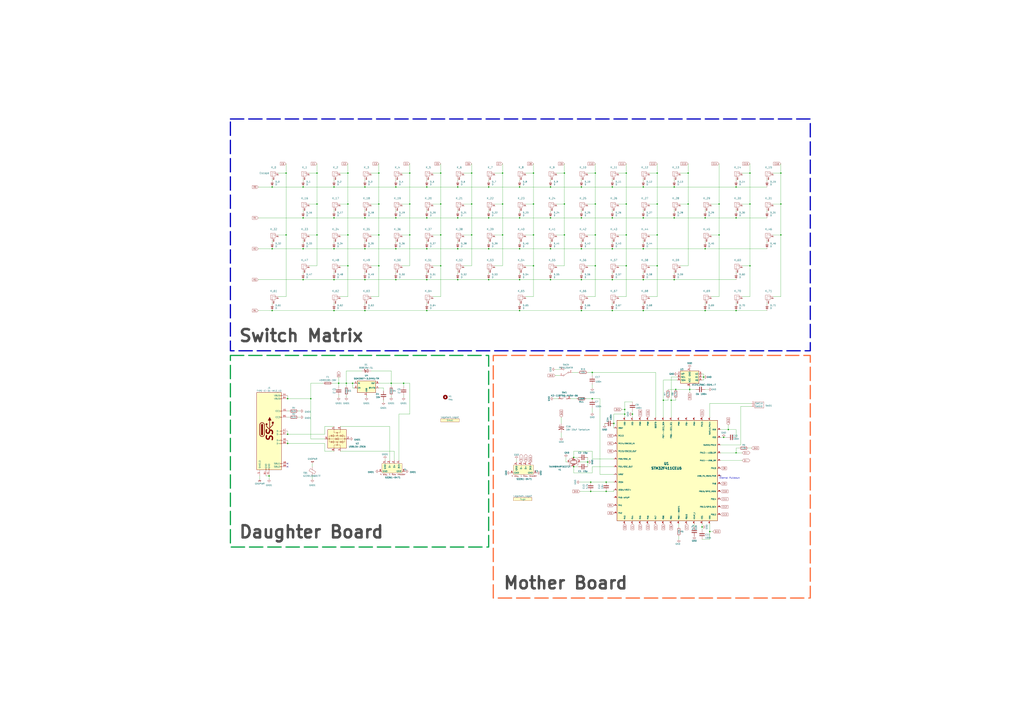
<source format=kicad_sch>
(kicad_sch (version 20230121) (generator eeschema)
  (paper "A1")
  (title_block (title "legshark65 Ortholinear Keyboard") (company "Jemmec"))
  (junction (at 514.35 193.04))
  (junction (at 350.52 255.27))
  (junction (at 565.15 167.64))
  (junction (at 513.08 340.36))
  (junction (at 401.32 229.87))
  (junction (at 488.95 218.44))
  (junction (at 463.55 167.64))
  (junction (at 274.32 255.27))
  (junction (at 401.32 179.07))
  (junction (at 502.92 229.87))
  (junction (at 375.92 153.67))
  (junction (at 311.15 218.44))
  (junction (at 350.52 153.67))
  (junction (at 375.92 179.07))
  (junction (at 452.12 204.47))
  (junction (at 438.15 193.04))
  (junction (at 590.55 167.64))
  (junction (at 248.92 153.67))
  (junction (at 426.72 204.47))
  (junction (at 289.56 314.96))
  (junction (at 438.15 167.64))
  (junction (at 486.41 306.07))
  (junction (at 579.12 179.07))
  (junction (at 598.17 353.06))
  (junction (at 223.52 153.67))
  (junction (at 514.35 218.44))
  (junction (at 284.48 314.96))
  (junction (at 641.35 167.64))
  (junction (at 278.13 314.96))
  (junction (at 514.35 167.64))
  (junction (at 486.41 327.66))
  (junction (at 576.58 433.07))
  (junction (at 519.43 340.36))
  (junction (at 463.55 142.24))
  (junction (at 336.55 167.64))
  (junction (at 311.15 167.64))
  (junction (at 641.35 142.24))
  (junction (at 331.47 314.96))
  (junction (at 594.36 359.41))
  (junction (at 285.75 218.44))
  (junction (at 488.95 167.64))
  (junction (at 553.72 153.67))
  (junction (at 577.85 309.88))
  (junction (at 502.92 204.47))
  (junction (at 615.95 218.44))
  (junction (at 488.95 142.24))
  (junction (at 452.12 179.07))
  (junction (at 452.12 153.67))
  (junction (at 387.35 193.04))
  (junction (at 582.93 436.88))
  (junction (at 528.32 153.67))
  (junction (at 274.32 179.07))
  (junction (at 604.52 179.07))
  (junction (at 528.32 229.87))
  (junction (at 223.52 255.27))
  (junction (at 528.32 179.07))
  (junction (at 248.92 204.47))
  (junction (at 488.95 193.04))
  (junction (at 539.75 218.44))
  (junction (at 615.95 142.24))
  (junction (at 565.15 142.24))
  (junction (at 361.95 142.24))
  (junction (at 477.52 229.87))
  (junction (at 471.17 383.54))
  (junction (at 497.84 403.86))
  (junction (at 528.32 255.27))
  (junction (at 299.72 255.27))
  (junction (at 285.75 167.64))
  (junction (at 412.75 193.04))
  (junction (at 463.55 193.04))
  (junction (at 426.72 255.27))
  (junction (at 350.52 229.87))
  (junction (at 375.92 204.47))
  (junction (at 350.52 179.07))
  (junction (at 539.75 193.04))
  (junction (at 553.72 179.07))
  (junction (at 551.18 328.93))
  (junction (at 361.95 218.44))
  (junction (at 544.83 328.93))
  (junction (at 641.35 193.04))
  (junction (at 426.72 153.67))
  (junction (at 477.52 204.47))
  (junction (at 236.22 356.87))
  (junction (at 234.95 193.04))
  (junction (at 485.14 403.86))
  (junction (at 285.75 193.04))
  (junction (at 361.95 193.04))
  (junction (at 325.12 153.67))
  (junction (at 471.17 375.92))
  (junction (at 579.12 204.47))
  (junction (at 528.32 204.47))
  (junction (at 412.75 142.24))
  (junction (at 248.92 229.87))
  (junction (at 220.98 391.16))
  (junction (at 615.95 167.64))
  (junction (at 336.55 193.04))
  (junction (at 248.92 179.07))
  (junction (at 590.55 193.04))
  (junction (at 579.12 255.27))
  (junction (at 504.19 347.98))
  (junction (at 234.95 142.24))
  (junction (at 412.75 167.64))
  (junction (at 299.72 179.07))
  (junction (at 236.22 327.66))
  (junction (at 502.92 179.07))
  (junction (at 274.32 204.47))
  (junction (at 387.35 142.24))
  (junction (at 438.15 218.44))
  (junction (at 485.14 396.24))
  (junction (at 554.99 320.04))
  (junction (at 452.12 229.87))
  (junction (at 223.52 204.47))
  (junction (at 482.6 379.73))
  (junction (at 502.92 255.27))
  (junction (at 325.12 179.07))
  (junction (at 539.75 142.24))
  (junction (at 299.72 204.47))
  (junction (at 299.72 153.67))
  (junction (at 325.12 229.87))
  (junction (at 260.35 167.64))
  (junction (at 325.12 204.47))
  (junction (at 361.95 167.64))
  (junction (at 513.08 336.55))
  (junction (at 375.92 229.87))
  (junction (at 321.31 314.96))
  (junction (at 260.35 193.04))
  (junction (at 336.55 142.24))
  (junction (at 604.52 153.67))
  (junction (at 514.35 142.24))
  (junction (at 311.15 193.04))
  (junction (at 401.32 204.47))
  (junction (at 350.52 204.47))
  (junction (at 401.32 153.67))
  (junction (at 299.72 229.87))
  (junction (at 285.75 142.24))
  (junction (at 255.27 327.66))
  (junction (at 477.52 153.67))
  (junction (at 604.52 372.11))
  (junction (at 604.52 255.27))
  (junction (at 539.75 167.64))
  (junction (at 311.15 142.24))
  (junction (at 477.52 255.27))
  (junction (at 274.32 153.67))
  (junction (at 387.35 167.64))
  (junction (at 553.72 229.87))
  (junction (at 426.72 229.87))
  (junction (at 502.92 153.67))
  (junction (at 477.52 179.07))
  (junction (at 274.32 229.87))
  (junction (at 497.84 396.24))
  (junction (at 438.15 142.24))
  (junction (at 236.22 364.49))
  (junction (at 260.35 142.24))
  (junction (at 426.72 179.07))
  (junction (at 566.42 320.04))
  (no_connect (at 236.22 381))
  (no_connect (at 236.22 383.54))
  (no_connect (at 591.82 391.16))
  (wire (pts (xy 584.2 167.64) (xy 590.55 167.64)))
  (wire (pts (xy 504.19 377.19) (xy 486.41 377.19)))
  (wire (pts (xy 327.66 378.46) (xy 327.66 340.36)))
  (wire (pts (xy 486.41 388.62) (xy 486.41 383.54)))
  (wire (pts (xy 248.92 204.47) (xy 274.32 204.47)))
  (wire (pts (xy 323.85 370.84) (xy 279.4 370.84)))
  (wire (pts (xy 361.95 193.04) (xy 361.95 167.64)))
  (wire (pts (xy 582.93 436.88) (xy 582.93 430.53)))
  (wire (pts (xy 299.72 153.67) (xy 325.12 153.67)))
  (wire (pts (xy 488.95 218.44) (xy 488.95 193.04)))
  (wire (pts (xy 260.35 218.44) (xy 260.35 193.04)))
  (wire (pts (xy 488.95 193.04) (xy 488.95 167.64)))
  (wire (pts (xy 514.35 218.44) (xy 514.35 193.04)))
  (wire (pts (xy 486.41 383.54) (xy 504.19 383.54)))
  (wire (pts (xy 311.15 193.04) (xy 311.15 167.64)))
  (wire (pts (xy 387.35 134.62) (xy 387.35 142.24)))
  (wire (pts (xy 236.22 356.87) (xy 266.7 356.87)))
  (wire (pts (xy 320.04 350.52) (xy 320.04 378.46)))
  (wire (pts (xy 431.8 193.04) (xy 438.15 193.04)))
  (wire (pts (xy 278.13 309.88) (xy 278.13 314.96)))
  (wire (pts (xy 457.2 142.24) (xy 463.55 142.24)))
  (wire (pts (xy 492.76 389.89) (xy 504.19 389.89)))
  (wire (pts (xy 330.2 193.04) (xy 336.55 193.04)))
  (wire (pts (xy 486.41 306.07) (xy 538.48 306.07)))
  (wire (pts (xy 576.58 307.34) (xy 577.85 307.34)))
  (wire (pts (xy 635 243.84) (xy 641.35 243.84)))
  (wire (pts (xy 558.8 142.24) (xy 565.15 142.24)))
  (wire (pts (xy 274.32 229.87) (xy 299.72 229.87)))
  (wire (pts (xy 266.7 356.87) (xy 266.7 350.52)))
  (wire (pts (xy 486.41 327.66) (xy 492.76 327.66)))
  (wire (pts (xy 604.52 147.32) (xy 604.52 148.59)))
  (wire (pts (xy 582.93 443.23) (xy 576.58 443.23)))
  (wire (pts (xy 311.15 218.44) (xy 311.15 193.04)))
  (wire (pts (xy 431.8 167.64) (xy 438.15 167.64)))
  (wire (pts (xy 325.12 229.87) (xy 350.52 229.87)))
  (wire (pts (xy 577.85 307.34) (xy 577.85 309.88)))
  (wire (pts (xy 551.18 309.88) (xy 551.18 328.93)))
  (wire (pts (xy 582.93 443.23) (xy 582.93 436.88)))
  (wire (pts (xy 553.72 179.07) (xy 579.12 179.07)))
  (wire (pts (xy 438.15 243.84) (xy 438.15 218.44)))
  (wire (pts (xy 304.8 243.84) (xy 311.15 243.84)))
  (wire (pts (xy 641.35 134.62) (xy 641.35 142.24)))
  (wire (pts (xy 471.17 375.92) (xy 474.98 375.92)))
  (wire (pts (xy 223.52 248.92) (xy 223.52 250.19)))
  (wire (pts (xy 528.32 248.92) (xy 528.32 250.19)))
  (wire (pts (xy 438.15 142.24) (xy 438.15 167.64)))
  (wire (pts (xy 576.58 312.42) (xy 577.85 312.42)))
  (wire (pts (xy 533.4 167.64) (xy 539.75 167.64)))
  (wire (pts (xy 591.82 359.41) (xy 594.36 359.41)))
  (wire (pts (xy 457.2 193.04) (xy 463.55 193.04)))
  (wire (pts (xy 481.33 327.66) (xy 486.41 327.66)))
  (wire (pts (xy 336.55 340.36) (xy 336.55 314.96)))
  (wire (pts (xy 234.95 142.24) (xy 234.95 193.04)))
  (wire (pts (xy 325.12 147.32) (xy 325.12 148.59)))
  (wire (pts (xy 355.6 243.84) (xy 361.95 243.84)))
  (wire (pts (xy 477.52 204.47) (xy 502.92 204.47)))
  (wire (pts (xy 519.43 337.82) (xy 519.43 340.36)))
  (wire (pts (xy 279.4 142.24) (xy 285.75 142.24)))
  (wire (pts (xy 604.52 353.06) (xy 598.17 353.06)))
  (wire (pts (xy 266.7 364.49) (xy 266.7 370.84)))
  (wire (pts (xy 604.52 353.06) (xy 604.52 359.41)))
  (wire (pts (xy 426.72 223.52) (xy 426.72 224.79)))
  (wire (pts (xy 279.4 218.44) (xy 285.75 218.44)))
  (wire (pts (xy 533.4 243.84) (xy 539.75 243.84)))
  (wire (pts (xy 464.82 379.73) (xy 466.09 379.73)))
  (wire (pts (xy 539.75 134.62) (xy 539.75 142.24)))
  (wire (pts (xy 279.4 350.52) (xy 320.04 350.52)))
  (wire (pts (xy 477.52 229.87) (xy 502.92 229.87)))
  (wire (pts (xy 609.6 218.44) (xy 615.95 218.44)))
  (wire (pts (xy 590.55 134.62) (xy 590.55 167.64)))
  (wire (pts (xy 591.82 365.76) (xy 608.33 365.76)))
  (wire (pts (xy 471.17 383.54) (xy 474.98 383.54)))
  (wire (pts (xy 426.72 198.12) (xy 426.72 199.39)))
  (wire (pts (xy 299.72 172.72) (xy 299.72 173.99)))
  (wire (pts (xy 212.09 229.87) (xy 248.92 229.87)))
  (wire (pts (xy 553.72 223.52) (xy 553.72 224.79)))
  (wire (pts (xy 641.35 193.04) (xy 641.35 167.64)))
  (wire (pts (xy 361.95 134.62) (xy 361.95 142.24)))
  (wire (pts (xy 508 142.24) (xy 514.35 142.24)))
  (wire (pts (xy 431.8 142.24) (xy 438.15 142.24)))
  (wire (pts (xy 553.72 147.32) (xy 553.72 148.59)))
  (wire (pts (xy 321.31 314.96) (xy 321.31 317.5)))
  (wire (pts (xy 299.72 223.52) (xy 299.72 224.79)))
  (wire (pts (xy 514.35 193.04) (xy 514.35 167.64)))
  (wire (pts (xy 502.92 179.07) (xy 528.32 179.07)))
  (wire (pts (xy 254 193.04) (xy 260.35 193.04)))
  (wire (pts (xy 325.12 172.72) (xy 325.12 173.99)))
  (wire (pts (xy 299.72 147.32) (xy 299.72 148.59)))
  (wire (pts (xy 223.52 198.12) (xy 223.52 199.39)))
  (wire (pts (xy 321.31 314.96) (xy 331.47 314.96)))
  (wire (pts (xy 248.92 153.67) (xy 274.32 153.67)))
  (wire (pts (xy 566.42 320.04) (xy 571.5 320.04)))
  (wire (pts (xy 274.32 248.92) (xy 274.32 250.19)))
  (wire (pts (xy 236.22 354.33) (xy 236.22 356.87)))
  (wire (pts (xy 576.58 430.53) (xy 576.58 433.07)))
  (wire (pts (xy 375.92 198.12) (xy 375.92 199.39)))
  (wire (pts (xy 452.12 223.52) (xy 452.12 224.79)))
  (wire (pts (xy 539.75 142.24) (xy 539.75 167.64)))
  (wire (pts (xy 260.35 193.04) (xy 260.35 167.64)))
  (wire (pts (xy 504.19 340.36) (xy 504.19 347.98)))
  (wire (pts (xy 452.12 204.47) (xy 477.52 204.47)))
  (wire (pts (xy 381 167.64) (xy 387.35 167.64)))
  (wire (pts (xy 256.54 391.16) (xy 256.54 393.7)))
  (wire (pts (xy 285.75 134.62) (xy 285.75 142.24)))
  (wire (pts (xy 533.4 193.04) (xy 539.75 193.04)))
  (wire (pts (xy 604.52 248.92) (xy 604.52 250.19)))
  (wire (pts (xy 285.75 142.24) (xy 285.75 167.64)))
  (wire (pts (xy 412.75 218.44) (xy 412.75 193.04)))
  (wire (pts (xy 331.47 314.96) (xy 331.47 317.5)))
  (wire (pts (xy 274.32 147.32) (xy 274.32 148.59)))
  (wire (pts (xy 497.84 396.24) (xy 504.19 396.24)))
  (wire (pts (xy 604.52 372.11) (xy 609.6 372.11)))
  (wire (pts (xy 544.83 328.93) (xy 544.83 342.9)))
  (wire (pts (xy 213.36 393.7) (xy 213.36 391.16)))
  (wire (pts (xy 401.32 153.67) (xy 426.72 153.67)))
  (wire (pts (xy 469.9 306.07) (xy 474.98 306.07)))
  (wire (pts (xy 598.17 349.25) (xy 598.17 353.06)))
  (wire (pts (xy 248.92 172.72) (xy 248.92 173.99)))
  (wire (pts (xy 350.52 204.47) (xy 375.92 204.47)))
  (wire (pts (xy 615.95 218.44) (xy 615.95 167.64)))
  (wire (pts (xy 401.32 172.72) (xy 401.32 173.99)))
  (wire (pts (xy 502.92 172.72) (xy 502.92 173.99)))
  (wire (pts (xy 311.15 142.24) (xy 311.15 167.64)))
  (wire (pts (xy 528.32 229.87) (xy 553.72 229.87)))
  (wire (pts (xy 220.98 391.16) (xy 220.98 393.7)))
  (wire (pts (xy 355.6 193.04) (xy 361.95 193.04)))
  (wire (pts (xy 278.13 326.39) (xy 278.13 325.12)))
  (wire (pts (xy 284.48 326.39) (xy 284.48 325.12)))
  (wire (pts (xy 492.76 327.66) (xy 492.76 389.89)))
  (wire (pts (xy 579.12 198.12) (xy 579.12 199.39)))
  (wire (pts (xy 248.92 179.07) (xy 274.32 179.07)))
  (wire (pts (xy 431.8 243.84) (xy 438.15 243.84)))
  (wire (pts (xy 424.18 377.19) (xy 424.18 379.73)))
  (wire (pts (xy 426.72 204.47) (xy 452.12 204.47)))
  (wire (pts (xy 604.52 179.07) (xy 629.92 179.07)))
  (wire (pts (xy 502.92 223.52) (xy 502.92 224.79)))
  (wire (pts (xy 426.72 255.27) (xy 477.52 255.27)))
  (wire (pts (xy 330.2 142.24) (xy 336.55 142.24)))
  (wire (pts (xy 212.09 255.27) (xy 223.52 255.27)))
  (wire (pts (xy 325.12 198.12) (xy 325.12 199.39)))
  (wire (pts (xy 279.4 167.64) (xy 285.75 167.64)))
  (wire (pts (xy 579.12 172.72) (xy 579.12 173.99)))
  (wire (pts (xy 482.6 167.64) (xy 488.95 167.64)))
  (wire (pts (xy 361.95 218.44) (xy 361.95 193.04)))
  (wire (pts (xy 551.18 328.93) (xy 554.99 328.93)))
  (wire (pts (xy 566.42 317.5) (xy 566.42 320.04)))
  (wire (pts (xy 477.52 255.27) (xy 502.92 255.27)))
  (wire (pts (xy 248.92 198.12) (xy 248.92 199.39)))
  (wire (pts (xy 381 218.44) (xy 387.35 218.44)))
  (wire (pts (xy 528.32 223.52) (xy 528.32 224.79)))
  (wire (pts (xy 502.92 204.47) (xy 528.32 204.47)))
  (wire (pts (xy 350.52 223.52) (xy 350.52 224.79)))
  (wire (pts (xy 412.75 193.04) (xy 412.75 167.64)))
  (wire (pts (xy 236.22 364.49) (xy 266.7 364.49)))
  (wire (pts (xy 596.9 359.41) (xy 594.36 359.41)))
  (wire (pts (xy 514.35 142.24) (xy 514.35 167.64)))
  (wire (pts (xy 279.4 243.84) (xy 285.75 243.84)))
  (wire (pts (xy 285.75 243.84) (xy 285.75 218.44)))
  (wire (pts (xy 641.35 243.84) (xy 641.35 193.04)))
  (wire (pts (xy 566.42 320.04) (xy 566.42 322.58)))
  (wire (pts (xy 212.09 204.47) (xy 223.52 204.47)))
  (wire (pts (xy 528.32 204.47) (xy 579.12 204.47)))
  (wire (pts (xy 641.35 142.24) (xy 641.35 167.64)))
  (wire (pts (xy 331.47 314.96) (xy 336.55 314.96)))
  (wire (pts (xy 304.8 167.64) (xy 311.15 167.64)))
  (wire (pts (xy 223.52 255.27) (xy 274.32 255.27)))
  (wire (pts (xy 485.14 403.86) (xy 497.84 403.86)))
  (wire (pts (xy 299.72 255.27) (xy 350.52 255.27)))
  (wire (pts (xy 519.43 340.36) (xy 519.43 342.9)))
  (wire (pts (xy 375.92 204.47) (xy 401.32 204.47)))
  (wire (pts (xy 299.72 198.12) (xy 299.72 199.39)))
  (wire (pts (xy 314.96 330.2) (xy 314.96 328.93)))
  (wire (pts (xy 254 218.44) (xy 260.35 218.44)))
  (wire (pts (xy 274.32 172.72) (xy 274.32 173.99)))
  (wire (pts (xy 585.47 436.88) (xy 582.93 436.88)))
  (wire (pts (xy 513.08 340.36) (xy 513.08 342.9)))
  (wire (pts (xy 299.72 248.92) (xy 299.72 250.19)))
  (wire (pts (xy 350.52 229.87) (xy 375.92 229.87)))
  (wire (pts (xy 330.2 218.44) (xy 336.55 218.44)))
  (wire (pts (xy 375.92 223.52) (xy 375.92 224.79)))
  (wire (pts (xy 426.72 172.72) (xy 426.72 173.99)))
  (wire (pts (xy 548.64 328.93) (xy 544.83 328.93)))
  (wire (pts (xy 565.15 142.24) (xy 565.15 167.64)))
  (wire (pts (xy 300.99 325.12) (xy 300.99 326.39)))
  (wire (pts (xy 477.52 223.52) (xy 477.52 224.79)))
  (wire (pts (xy 508 243.84) (xy 514.35 243.84)))
  (wire (pts (xy 513.08 330.2) (xy 519.43 330.2)))
  (wire (pts (xy 629.92 248.92) (xy 629.92 250.19)))
  (wire (pts (xy 223.52 204.47) (xy 248.92 204.47)))
  (wire (pts (xy 598.17 353.06) (xy 591.82 353.06)))
  (wire (pts (xy 554.99 320.04) (xy 566.42 320.04)))
  (wire (pts (xy 463.55 193.04) (xy 463.55 167.64)))
  (wire (pts (xy 477.52 248.92) (xy 477.52 250.19)))
  (wire (pts (xy 350.52 198.12) (xy 350.52 199.39)))
  (wire (pts (xy 590.55 193.04) (xy 590.55 167.64)))
  (wire (pts (xy 361.95 142.24) (xy 361.95 167.64)))
  (wire (pts (xy 528.32 172.72) (xy 528.32 173.99)))
  (wire (pts (xy 496.57 349.25) (xy 496.57 347.98)))
  (wire (pts (xy 350.52 179.07) (xy 375.92 179.07)))
  (wire (pts (xy 504.19 340.36) (xy 513.08 340.36)))
  (wire (pts (xy 471.17 388.62) (xy 486.41 388.62)))
  (wire (pts (xy 234.95 243.84) (xy 234.95 193.04)))
  (wire (pts (xy 635 142.24) (xy 641.35 142.24)))
  (wire (pts (xy 604.52 368.3) (xy 607.06 368.3)))
  (wire (pts (xy 463.55 142.24) (xy 463.55 167.64)))
  (wire (pts (xy 482.6 243.84) (xy 488.95 243.84)))
  (wire (pts (xy 482.6 142.24) (xy 488.95 142.24)))
  (wire (pts (xy 604.52 153.67) (xy 629.92 153.67)))
  (wire (pts (xy 299.72 229.87) (xy 325.12 229.87)))
  (wire (pts (xy 289.56 318.77) (xy 290.83 318.77)))
  (wire (pts (xy 266.7 350.52) (xy 274.32 350.52)))
  (wire (pts (xy 212.09 179.07) (xy 248.92 179.07)))
  (wire (pts (xy 274.32 204.47) (xy 299.72 204.47)))
  (wire (pts (xy 615.95 142.24) (xy 615.95 167.64)))
  (wire (pts (xy 463.55 218.44) (xy 463.55 193.04)))
  (wire (pts (xy 438.15 218.44) (xy 438.15 193.04)))
  (wire (pts (xy 223.52 147.32) (xy 223.52 148.59)))
  (wire (pts (xy 579.12 179.07) (xy 604.52 179.07)))
  (wire (pts (xy 485.14 396.24) (xy 497.84 396.24)))
  (wire (pts (xy 223.52 153.67) (xy 248.92 153.67)))
  (wire (pts (xy 321.31 314.96) (xy 321.31 304.8)))
  (wire (pts (xy 508 193.04) (xy 514.35 193.04)))
  (wire (pts (xy 406.4 193.04) (xy 412.75 193.04)))
  (wire (pts (xy 497.84 403.86) (xy 504.19 403.86)))
  (wire (pts (xy 426.72 229.87) (xy 452.12 229.87)))
  (wire (pts (xy 477.52 147.32) (xy 477.52 148.59)))
  (wire (pts (xy 488.95 134.62) (xy 488.95 142.24)))
  (wire (pts (xy 375.92 179.07) (xy 401.32 179.07)))
  (wire (pts (xy 273.05 314.96) (xy 278.13 314.96)))
  (wire (pts (xy 577.85 312.42) (xy 577.85 309.88)))
  (wire (pts (xy 325.12 223.52) (xy 325.12 224.79)))
  (wire (pts (xy 248.92 229.87) (xy 274.32 229.87)))
  (wire (pts (xy 604.52 372.11) (xy 604.52 368.3)))
  (wire (pts (xy 502.92 248.92) (xy 502.92 250.19)))
  (wire (pts (xy 401.32 204.47) (xy 426.72 204.47)))
  (wire (pts (xy 502.92 198.12) (xy 502.92 199.39)))
  (wire (pts (xy 629.92 147.32) (xy 629.92 148.59)))
  (wire (pts (xy 635 167.64) (xy 641.35 167.64)))
  (wire (pts (xy 299.72 204.47) (xy 325.12 204.47)))
  (wire (pts (xy 304.8 218.44) (xy 311.15 218.44)))
  (wire (pts (xy 375.92 172.72) (xy 375.92 173.99)))
  (wire (pts (xy 548.64 327.66) (xy 548.64 328.93)))
  (wire (pts (xy 556.26 312.42) (xy 544.83 312.42)))
  (wire (pts (xy 401.32 179.07) (xy 426.72 179.07)))
  (wire (pts (xy 482.6 379.73) (xy 482.6 375.92)))
  (wire (pts (xy 508 167.64) (xy 514.35 167.64)))
  (wire (pts (xy 551.18 328.93) (xy 551.18 342.9)))
  (wire (pts (xy 454.66 327.66) (xy 458.47 327.66)))
  (wire (pts (xy 584.2 193.04) (xy 590.55 193.04)))
  (wire (pts (xy 452.12 147.32) (xy 452.12 148.59)))
  (wire (pts (xy 565.15 134.62) (xy 565.15 142.24)))
  (wire (pts (xy 401.32 229.87) (xy 426.72 229.87)))
  (wire (pts (xy 553.72 229.87) (xy 604.52 229.87)))
  (wire (pts (xy 635 193.04) (xy 641.35 193.04)))
  (wire (pts (xy 539.75 243.84) (xy 539.75 218.44)))
  (wire (pts (xy 486.41 306.07) (xy 486.41 308.61)))
  (wire (pts (xy 375.92 147.32) (xy 375.92 148.59)))
  (wire (pts (xy 591.82 372.11) (xy 604.52 372.11)))
  (wire (pts (xy 502.92 147.32) (xy 502.92 148.59)))
  (wire (pts (xy 350.52 153.67) (xy 375.92 153.67)))
  (wire (pts (xy 387.35 193.04) (xy 387.35 167.64)))
  (wire (pts (xy 438.15 134.62) (xy 438.15 142.24)))
  (wire (pts (xy 218.44 391.16) (xy 220.98 391.16)))
  (wire (pts (xy 477.52 172.72) (xy 477.52 173.99)))
  (wire (pts (xy 331.47 326.39) (xy 331.47 325.12)))
  (wire (pts (xy 284.48 314.96) (xy 284.48 317.5)))
  (wire (pts (xy 299.72 179.07) (xy 325.12 179.07)))
  (wire (pts (xy 274.32 198.12) (xy 274.32 199.39)))
  (wire (pts (xy 401.32 198.12) (xy 401.32 199.39)))
  (wire (pts (xy 452.12 198.12) (xy 452.12 199.39)))
  (wire (pts (xy 579.12 248.92) (xy 579.12 250.19)))
  (wire (pts (xy 482.6 306.07) (xy 486.41 306.07)))
  (wire (pts (xy 311.15 243.84) (xy 311.15 218.44)))
  (wire (pts (xy 609.6 167.64) (xy 615.95 167.64)))
  (wire (pts (xy 304.8 304.8) (xy 321.31 304.8)))
  (wire (pts (xy 463.55 134.62) (xy 463.55 142.24)))
  (wire (pts (xy 255.27 314.96) (xy 255.27 327.66)))
  (wire (pts (xy 284.48 314.96) (xy 284.48 304.8)))
  (wire (pts (xy 504.19 402.59) (xy 504.19 403.86)))
  (wire (pts (xy 539.75 218.44) (xy 539.75 193.04)))
  (wire (pts (xy 248.92 223.52) (xy 248.92 224.79)))
  (wire (pts (xy 461.01 342.9) (xy 461.01 347.98)))
  (wire (pts (xy 274.32 153.67) (xy 299.72 153.67)))
  (wire (pts (xy 228.6 142.24) (xy 234.95 142.24)))
  (wire (pts (xy 278.13 314.96) (xy 278.13 317.5)))
  (wire (pts (xy 316.23 377.19) (xy 316.23 378.46)))
  (wire (pts (xy 234.95 134.62) (xy 234.95 142.24)))
  (wire (pts (xy 514.35 134.62) (xy 514.35 142.24)))
  (wire (pts (xy 629.92 172.72) (xy 629.92 173.99)))
  (wire (pts (xy 254 167.64) (xy 260.35 167.64)))
  (wire (pts (xy 314.96 318.77) (xy 314.96 321.31)))
  (wire (pts (xy 528.32 198.12) (xy 528.32 199.39)))
  (wire (pts (xy 548.64 320.04) (xy 554.99 320.04)))
  (wire (pts (xy 528.32 255.27) (xy 579.12 255.27)))
  (wire (pts (xy 279.4 193.04) (xy 285.75 193.04)))
  (wire (pts (xy 604.52 172.72) (xy 604.52 173.99)))
  (wire (pts (xy 455.93 308.61) (xy 459.74 308.61)))
  (wire (pts (xy 557.53 443.23) (xy 557.53 440.69)))
  (wire (pts (xy 539.75 193.04) (xy 539.75 167.64)))
  (wire (pts (xy 325.12 204.47) (xy 350.52 204.47)))
  (wire (pts (xy 350.52 248.92) (xy 350.52 250.19)))
  (wire (pts (xy 486.41 339.09) (xy 486.41 335.28)))
  (wire (pts (xy 579.12 204.47) (xy 629.92 204.47)))
  (wire (pts (xy 350.52 172.72) (xy 350.52 173.99)))
  (wire (pts (xy 476.25 396.24) (xy 485.14 396.24)))
  (wire (pts (xy 477.52 153.67) (xy 502.92 153.67)))
  (wire (pts (xy 212.09 153.67) (xy 223.52 153.67)))
  (wire (pts (xy 582.93 331.47) (xy 617.22 331.47)))
  (wire (pts (xy 361.95 243.84) (xy 361.95 218.44)))
  (wire (pts (xy 457.2 218.44) (xy 463.55 218.44)))
  (wire (pts (xy 266.7 370.84) (xy 274.32 370.84)))
  (wire (pts (xy 457.2 167.64) (xy 463.55 167.64)))
  (wire (pts (xy 426.72 179.07) (xy 452.12 179.07)))
  (wire (pts (xy 289.56 314.96) (xy 289.56 318.77)))
  (wire (pts (xy 325.12 153.67) (xy 350.52 153.67)))
  (wire (pts (xy 488.95 142.24) (xy 488.95 167.64)))
  (wire (pts (xy 609.6 243.84) (xy 615.95 243.84)))
  (wire (pts (xy 246.38 342.9) (xy 245.11 342.9)))
  (wire (pts (xy 255.27 327.66) (xy 255.27 360.68)))
  (wire (pts (xy 553.72 172.72) (xy 553.72 173.99)))
  (wire (pts (xy 426.72 248.92) (xy 426.72 250.19)))
  (wire (pts (xy 464.82 379.73) (xy 464.82 375.92)))
  (wire (pts (xy 553.72 153.67) (xy 604.52 153.67)))
  (wire (pts (xy 355.6 218.44) (xy 361.95 218.44)))
  (wire (pts (xy 477.52 179.07) (xy 502.92 179.07)))
  (wire (pts (xy 330.2 167.64) (xy 336.55 167.64)))
  (wire (pts (xy 406.4 167.64) (xy 412.75 167.64)))
  (wire (pts (xy 557.53 430.53) (xy 557.53 433.07)))
  (wire (pts (xy 514.35 243.84) (xy 514.35 218.44)))
  (wire (pts (xy 476.25 403.86) (xy 485.14 403.86)))
  (wire (pts (xy 274.32 255.27) (xy 299.72 255.27)))
  (wire (pts (xy 236.22 325.12) (xy 236.22 327.66)))
  (wire (pts (xy 355.6 142.24) (xy 361.95 142.24)))
  (wire (pts (xy 452.12 172.72) (xy 452.12 173.99)))
  (wire (pts (xy 608.33 334.01) (xy 617.22 334.01)))
  (wire (pts (xy 554.99 327.66) (xy 554.99 328.93)))
  (wire (pts (xy 254 142.24) (xy 260.35 142.24)))
  (wire (pts (xy 278.13 314.96) (xy 284.48 314.96)))
  (wire (pts (xy 311.15 134.62) (xy 311.15 142.24)))
  (wire (pts (xy 486.41 318.77) (xy 486.41 316.23)))
  (wire (pts (xy 311.15 314.96) (xy 321.31 314.96)))
  (wire (pts (xy 237.49 342.9) (xy 236.22 342.9)))
  (wire (pts (xy 502.92 255.27) (xy 528.32 255.27)))
  (wire (pts (xy 528.32 147.32) (xy 528.32 148.59)))
  (wire (pts (xy 401.32 223.52) (xy 401.32 224.79)))
  (wire (pts (xy 255.27 314.96) (xy 265.43 314.96)))
  (wire (pts (xy 426.72 153.67) (xy 452.12 153.67)))
  (wire (pts (xy 381 193.04) (xy 387.35 193.04)))
  (wire (pts (xy 502.92 229.87) (xy 528.32 229.87)))
  (wire (pts (xy 401.32 147.32) (xy 401.32 148.59)))
  (wire (pts (xy 381 142.24) (xy 387.35 142.24)))
  (wire (pts (xy 608.33 365.76) (xy 608.33 334.01)))
  (wire (pts (xy 615.95 243.84) (xy 615.95 218.44)))
  (wire (pts (xy 614.68 368.3) (xy 617.22 368.3)))
  (wire (pts (xy 461.01 359.41) (xy 461.01 355.6)))
  (wire (pts (xy 508 218.44) (xy 514.35 218.44)))
  (wire (pts (xy 604.52 255.27) (xy 629.92 255.27)))
  (wire (pts (xy 581.66 320.04) (xy 579.12 320.04)))
  (wire (pts (xy 236.22 327.66) (xy 255.27 327.66)))
  (wire (pts (xy 615.95 134.62) (xy 615.95 142.24)))
  (wire (pts (xy 289.56 314.96) (xy 290.83 314.96)))
  (wire (pts (xy 387.35 142.24) (xy 387.35 167.64)))
  (wire (pts (xy 486.41 377.19) (xy 486.41 370.84)))
  (wire (pts (xy 513.08 330.2) (xy 513.08 336.55)))
  (wire (pts (xy 284.48 304.8) (xy 297.18 304.8)))
  (wire (pts (xy 426.72 147.32) (xy 426.72 148.59)))
  (wire (pts (xy 236.22 361.95) (xy 236.22 364.49)))
  (wire (pts (xy 256.54 381) (xy 256.54 383.54)))
  (wire (pts (xy 544.83 312.42) (xy 544.83 328.93)))
  (wire (pts (xy 274.32 223.52) (xy 274.32 224.79)))
  (wire (pts (xy 584.2 243.84) (xy 590.55 243.84)))
  (wire (pts (xy 311.15 318.77) (xy 314.96 318.77)))
  (wire (pts (xy 255.27 360.68) (xy 266.7 360.68)))
  (wire (pts (xy 482.6 218.44) (xy 488.95 218.44)))
  (wire (pts (xy 431.8 218.44) (xy 438.15 218.44)))
  (wire (pts (xy 323.85 378.46) (xy 323.85 370.84)))
  (wire (pts (xy 248.92 147.32) (xy 248.92 148.59)))
  (wire (pts (xy 412.75 142.24) (xy 412.75 167.64)))
  (wire (pts (xy 577.85 309.88) (xy 576.58 309.88)))
  (wire (pts (xy 582.93 331.47) (xy 582.93 342.9)))
  (wire (pts (xy 375.92 153.67) (xy 401.32 153.67)))
  (wire (pts (xy 336.55 134.62) (xy 336.55 142.24)))
  (wire (pts (xy 350.52 147.32) (xy 350.52 148.59)))
  (wire (pts (xy 375.92 229.87) (xy 401.32 229.87)))
  (wire (pts (xy 629.92 198.12) (xy 629.92 199.39)))
  (wire (pts (xy 285.75 218.44) (xy 285.75 193.04)))
  (wire (pts (xy 274.32 179.07) (xy 299.72 179.07)))
  (wire (pts (xy 327.66 340.36) (xy 336.55 340.36)))
  (wire (pts (xy 504.19 347.98) (xy 504.19 351.79)))
  (wire (pts (xy 477.52 198.12) (xy 477.52 199.39)))
  (wire (pts (xy 528.32 153.67) (xy 553.72 153.67)))
  (wire (pts (xy 228.6 193.04) (xy 234.95 193.04)))
  (wire (pts (xy 452.12 179.07) (xy 477.52 179.07)))
  (wire (pts (xy 246.38 337.82) (xy 245.11 337.82)))
  (wire (pts (xy 528.32 179.07) (xy 553.72 179.07)))
  (wire (pts (xy 482.6 193.04) (xy 488.95 193.04)))
  (wire (pts (xy 604.52 223.52) (xy 604.52 224.79)))
  (wire (pts (xy 304.8 193.04) (xy 311.15 193.04)))
  (wire (pts (xy 260.35 142.24) (xy 260.35 167.64)))
  (wire (pts (xy 590.55 243.84) (xy 590.55 193.04)))
  (wire (pts (xy 551.18 309.88) (xy 556.26 309.88)))
  (wire (pts (xy 412.75 134.62) (xy 412.75 142.24)))
  (wire (pts (xy 510.54 336.55) (xy 513.08 336.55)))
  (wire (pts (xy 609.6 142.24) (xy 615.95 142.24)))
  (wire (pts (xy 533.4 142.24) (xy 539.75 142.24)))
  (wire (pts (xy 228.6 243.84) (xy 234.95 243.84)))
  (wire (pts (xy 284.48 314.96) (xy 289.56 314.96)))
  (wire (pts (xy 471.17 383.54) (xy 471.17 388.62)))
  (wire (pts (xy 452.12 229.87) (xy 477.52 229.87)))
  (wire (pts (xy 579.12 255.27) (xy 604.52 255.27)))
  (wire (pts (xy 336.55 142.24) (xy 336.55 167.64)))
  (wire (pts (xy 237.49 337.82) (xy 236.22 337.82)))
  (wire (pts (xy 558.8 167.64) (xy 565.15 167.64)))
  (wire (pts (xy 355.6 167.64) (xy 361.95 167.64)))
  (wire (pts (xy 406.4 218.44) (xy 412.75 218.44)))
  (wire (pts (xy 565.15 218.44) (xy 565.15 167.64)))
  (wire (pts (xy 591.82 378.46) (xy 609.6 378.46)))
  (wire (pts (xy 350.52 255.27) (xy 426.72 255.27)))
  (wire (pts (xy 285.75 193.04) (xy 285.75 167.64)))
  (wire (pts (xy 513.08 336.55) (xy 513.08 340.36)))
  (wire (pts (xy 476.25 379.73) (xy 482.6 379.73)))
  (wire (pts (xy 482.6 383.54) (xy 482.6 379.73)))
  (wire (pts (xy 576.58 435.61) (xy 576.58 433.07)))
  (wire (pts (xy 558.8 218.44) (xy 565.15 218.44)))
  (wire (pts (xy 325.12 179.07) (xy 350.52 179.07)))
  (wire (pts (xy 471.17 370.84) (xy 471.17 375.92)))
  (wire (pts (xy 406.4 142.24) (xy 412.75 142.24)))
  (wire (pts (xy 570.23 430.53) (xy 570.23 433.07)))
  (wire (pts (xy 321.31 326.39) (xy 321.31 325.12)))
  (wire (pts (xy 488.95 243.84) (xy 488.95 218.44)))
  (wire (pts (xy 533.4 218.44) (xy 539.75 218.44)))
  (wire (pts (xy 452.12 153.67) (xy 477.52 153.67)))
  (wire (pts (xy 260.35 134.62) (xy 260.35 142.24)))
  (wire (pts (xy 387.35 218.44) (xy 387.35 193.04)))
  (wire (pts (xy 468.63 327.66) (xy 473.71 327.66)))
  (wire (pts (xy 459.74 303.53) (xy 455.93 303.53)))
  (wire (pts (xy 336.55 218.44) (xy 336.55 193.04)))
  (wire (pts (xy 502.92 153.67) (xy 528.32 153.67)))
  (wire (pts (xy 486.41 370.84) (xy 471.17 370.84)))
  (wire (pts (xy 304.8 142.24) (xy 311.15 142.24)))
  (wire (pts (xy 538.48 306.07) (xy 538.48 342.9)))
  (wire (pts (xy 438.15 193.04) (xy 438.15 167.64)))
  (wire (pts (xy 336.55 193.04) (xy 336.55 167.64)))
  (rectangle (start 189.23 292.1) (end 401.32 449.58) (stroke (width 1) (type dash) (color 10 164 70 1)))
  (rectangle (start 189.23 97.79) (end 665.48 288.29) (stroke (width 1) (type dash)))
  (rectangle (start 405.13 292.1) (end 665.48 491.49) (stroke (width 1) (type dash) (color 255 110 58 1)))
  (text "Switch Matrix" (at 195.58 281.94 0) (effects (font (size 10 10) (thickness 2) bold) (justify left bottom)))
  (text "Mother Board" (at 412.75 485.14 0) (effects (font (size 10 10) (thickness 2) bold) (justify left bottom)))
  (text "Daughter Board" (at 195.58 443.23 0) (effects (font (size 10 10) (thickness 2) bold) (justify left bottom)))
  (text "Internal Pulldown" (at 590.55 393.7 0) (effects (font (size 1.27 1.27)) (justify left bottom)))
  (global_label "D+" (shape bidirectional) (at 609.6 372.11 0) (property "Intersheetrefs" "${INTERSHEET_REFS}" (effects hide)))
  (global_label "R3" (shape input) (at 212.09 229.87 180) (property "Intersheetrefs" "${INTERSHEET_REFS}" (effects hide)))
  (global_label "C9" (shape input) (at 463.55 134.62 180) (property "Intersheetrefs" "${INTERSHEET_REFS}" (effects hide)))
  (global_label "R0" (shape input) (at 504.19 370.84 180) (property "Intersheetrefs" "${INTERSHEET_REFS}" (effects hide)))
  (global_label "C3" (shape input) (at 311.15 134.62 180) (property "Intersheetrefs" "${INTERSHEET_REFS}" (effects hide)))
  (global_label "C16" (shape input) (at 525.78 342.9 90) (property "Intersheetrefs" "${INTERSHEET_REFS}" (effects hide)))
  (global_label "C1" (shape input) (at 260.35 134.62 180) (property "Intersheetrefs" "${INTERSHEET_REFS}" (effects hide)))
  (global_label "5V" (shape output) (at 278.13 309.88 90) (property "Intersheetrefs" "${INTERSHEET_REFS}" (effects hide)))
  (global_label "C4" (shape input) (at 336.55 134.62 180) (property "Intersheetrefs" "${INTERSHEET_REFS}" (effects hide)))
  (global_label "C6" (shape input) (at 387.35 134.62 180) (property "Intersheetrefs" "${INTERSHEET_REFS}" (effects hide)))
  (global_label "C15" (shape input) (at 615.95 134.62 180) (property "Intersheetrefs" "${INTERSHEET_REFS}" (effects hide)))
  (global_label "C13" (shape input) (at 565.15 134.62 180) (property "Intersheetrefs" "${INTERSHEET_REFS}" (effects hide)))
  (global_label "D-" (shape bidirectional) (at 609.6 378.46 0) (property "Intersheetrefs" "${INTERSHEET_REFS}" (effects hide)))
  (global_label "C13" (shape input) (at 591.82 422.91 0) (property "Intersheetrefs" "${INTERSHEET_REFS}" (effects hide)))
  (global_label "3V3" (shape input) (at 476.25 403.86 180) (property "Intersheetrefs" "${INTERSHEET_REFS}" (effects hide)))
  (global_label "R2" (shape input) (at 212.09 204.47 180) (property "Intersheetrefs" "${INTERSHEET_REFS}" (effects hide)))
  (global_label "3V3" (shape input) (at 461.01 342.9 90) (property "Intersheetrefs" "${INTERSHEET_REFS}" (effects hide)))
  (global_label "C7" (shape input) (at 412.75 134.62 180) (property "Intersheetrefs" "${INTERSHEET_REFS}" (effects hide)))
  (global_label "C2" (shape input) (at 285.75 134.62 180) (property "Intersheetrefs" "${INTERSHEET_REFS}" (effects hide)))
  (global_label "R0" (shape input) (at 212.09 153.67 180) (property "Intersheetrefs" "${INTERSHEET_REFS}" (effects hide)))
  (global_label "3V3" (shape input) (at 566.42 322.58 270) (property "Intersheetrefs" "${INTERSHEET_REFS}" (effects hide)))
  (global_label "3V3" (shape input) (at 617.22 368.3 0) (property "Intersheetrefs" "${INTERSHEET_REFS}" (effects hide)))
  (global_label "C0" (shape input) (at 513.08 430.53 270) (property "Intersheetrefs" "${INTERSHEET_REFS}" (effects hide)))
  (global_label "C8" (shape input) (at 591.82 384.81 0) (property "Intersheetrefs" "${INTERSHEET_REFS}" (effects hide)))
  (global_label "C9" (shape input) (at 591.82 397.51 0) (property "Intersheetrefs" "${INTERSHEET_REFS}" (effects hide)))
  (global_label "C10" (shape input) (at 591.82 403.86 0) (property "Intersheetrefs" "${INTERSHEET_REFS}" (effects hide)))
  (global_label "C5" (shape input) (at 361.95 134.62 180) (property "Intersheetrefs" "${INTERSHEET_REFS}" (effects hide)))
  (global_label "C14" (shape input) (at 576.58 342.9 90) (property "Intersheetrefs" "${INTERSHEET_REFS}" (effects hide)))
  (global_label "C16" (shape input) (at 641.35 134.62 180) (property "Intersheetrefs" "${INTERSHEET_REFS}" (effects hide)))
  (global_label "C5" (shape input) (at 544.83 430.53 270) (property "Intersheetrefs" "${INTERSHEET_REFS}" (effects hide)))
  (global_label "C8" (shape input) (at 438.15 134.62 180) (property "Intersheetrefs" "${INTERSHEET_REFS}" (effects hide)))
  (global_label "C6" (shape input) (at 551.18 430.53 270) (property "Intersheetrefs" "${INTERSHEET_REFS}" (effects hide)))
  (global_label "R1" (shape input) (at 212.09 179.07 180) (property "Intersheetrefs" "${INTERSHEET_REFS}" (effects hide)))
  (global_label "C10" (shape input) (at 488.95 134.62 180) (property "Intersheetrefs" "${INTERSHEET_REFS}" (effects hide)))
  (global_label "C3" (shape input) (at 532.13 430.53 270) (property "Intersheetrefs" "${INTERSHEET_REFS}" (effects hide)))
  (global_label "3V3" (shape output) (at 435.61 379.73 90) (property "Intersheetrefs" "${INTERSHEET_REFS}" (effects hide)))
  (global_label "C12" (shape input) (at 591.82 416.56 0) (property "Intersheetrefs" "${INTERSHEET_REFS}" (effects hide)))
  (global_label "C2" (shape input) (at 525.78 430.53 270) (property "Intersheetrefs" "${INTERSHEET_REFS}" (effects hide)))
  (global_label "3V3" (shape input) (at 455.93 308.61 180) (property "Intersheetrefs" "${INTERSHEET_REFS}" (effects hide)))
  (global_label "C15" (shape input) (at 532.13 342.9 90) (property "Intersheetrefs" "${INTERSHEET_REFS}" (effects hide)))
  (global_label "R1" (shape input) (at 504.19 364.49 180) (property "Intersheetrefs" "${INTERSHEET_REFS}" (effects hide)))
  (global_label "C1" (shape input) (at 519.43 430.53 270) (property "Intersheetrefs" "${INTERSHEET_REFS}" (effects hide)))
  (global_label "R4" (shape input) (at 212.09 255.27 180) (property "Intersheetrefs" "${INTERSHEET_REFS}" (effects hide)))
  (global_label "C4" (shape input) (at 538.48 430.53 270) (property "Intersheetrefs" "${INTERSHEET_REFS}" (effects hide)))
  (global_label "3V3" (shape input) (at 585.47 436.88 0) (property "Intersheetrefs" "${INTERSHEET_REFS}" (effects hide)))
  (global_label "C11" (shape input) (at 591.82 410.21 0) (property "Intersheetrefs" "${INTERSHEET_REFS}" (effects hide)))
  (global_label "3V3" (shape input) (at 510.54 336.55 180) (property "Intersheetrefs" "${INTERSHEET_REFS}" (effects hide)))
  (global_label "D-" (shape bidirectional) (at 427.99 379.73 90) (property "Intersheetrefs" "${INTERSHEET_REFS}" (effects hide)))
  (global_label "R2" (shape input) (at 504.19 358.14 180) (property "Intersheetrefs" "${INTERSHEET_REFS}" (effects hide)))
  (global_label "R3" (shape input) (at 504.19 421.64 180) (property "Intersheetrefs" "${INTERSHEET_REFS}" (effects hide)))
  (global_label "C11" (shape input) (at 514.35 134.62 180) (property "Intersheetrefs" "${INTERSHEET_REFS}" (effects hide)))
  (global_label "C12" (shape input) (at 539.75 134.62 180) (property "Intersheetrefs" "${INTERSHEET_REFS}" (effects hide)))
  (global_label "C7" (shape input) (at 563.88 430.53 270) (property "Intersheetrefs" "${INTERSHEET_REFS}" (effects hide)))
  (global_label "R4" (shape input) (at 504.19 415.29 180) (property "Intersheetrefs" "${INTERSHEET_REFS}" (effects hide)))
  (global_label "C14" (shape input) (at 590.55 134.62 180) (property "Intersheetrefs" "${INTERSHEET_REFS}" (effects hide)))
  (global_label "C0" (shape input) (at 234.95 134.62 180) (property "Intersheetrefs" "${INTERSHEET_REFS}" (effects hide)))
  (global_label "3V3" (shape input) (at 598.17 349.25 90) (property "Intersheetrefs" "${INTERSHEET_REFS}" (effects hide)))
  (global_label "D+" (shape bidirectional) (at 431.8 379.73 90) (property "Intersheetrefs" "${INTERSHEET_REFS}" (effects hide)))
  (symbol (lib_id "MX_Alps_Hybrid:MX-NoLED") (at 504.19 194.31 0) (unit 1)
    (property "Reference" "K_43" (at 504.19 188.3918 0) (effects (font (size 1.524 1.524))))
    (property "Value" "KEYSW" (effects hide))
    (property "Footprint" "MX_Only:MXOnly-1U-NoLED" (effects hide))
  )
  (symbol (lib_id "power:GND1") (at 220.98 393.7 0) (unit 1)
    (property "Reference" "#PWR02" (effects hide))
    (property "Value" "GND1" (at 220.98 398.78 0))
  )
  (symbol (lib_id "Device:D_Small") (at 629.92 151.13 90) (unit 1)
    (property "Reference" "D_15" (at 632.46 149.352 90) (effects (justify right)))
    (property "Value" "D" (at 632.46 151.638 90) (effects (justify right)))
    (property "Footprint" "Diode_SMD:D_SOD-123" (effects hide))
  )
  (symbol (lib_id "Device:C") (at 576.58 439.42 0) (unit 1)
    (property "Reference" "C11" (at 579.12 439.42 0) (effects (justify left)))
    (property "Value" "100n" (at 579.12 441.96 0) (effects (justify left)))
    (property "Footprint" "Capacitor_SMD:C_0603_1608Metric_Pad1.08x0.95mm_HandSolder" (effects hide))
  )
  (symbol (lib_id "Device:D_Small") (at 452.12 176.53 90) (unit 1)
    (property "Reference" "D_24" (at 454.66 174.752 90) (effects (justify right)))
    (property "Value" "D" (at 454.66 177.038 90) (effects (justify right)))
    (property "Footprint" "Diode_SMD:D_SOD-123" (effects hide))
  )
  (symbol (lib_id "power:GND1") (at 284.48 326.39 0) (unit 1)
    (property "Reference" "#PWR014" (effects hide))
    (property "Value" "GND1" (at 284.48 331.47 0))
  )
  (symbol (lib_id "MX_Alps_Hybrid:MX-NoLED") (at 631.19 168.91 0) (unit 1)
    (property "Reference" "K_31" (at 631.19 162.9918 0) (effects (font (size 1.524 1.524))))
    (property "Value" "KEYSW" (effects hide))
    (property "Footprint" "MX_Only:MXOnly-1U-NoLED" (effects hide))
  )
  (symbol (lib_id "power:GND") (at 424.18 377.19 180) (unit 1)
    (property "Reference" "#PWR031" (effects hide))
    (property "Value" "GND" (at 422.1654 373.7403 0) (effects (justify right)))
  )
  (symbol (lib_id "power:GNDPWR") (at 213.36 393.7 0) (unit 1)
    (property "Reference" "#PWR04" (effects hide))
    (property "Value" "GNDPWR" (at 213.36 397.51 0))
  )
  (symbol (lib_id "Device:D_Small") (at 604.52 151.13 90) (unit 1)
    (property "Reference" "D_14" (at 607.06 149.352 90) (effects (justify right)))
    (property "Value" "D" (at 607.06 151.638 90) (effects (justify right)))
    (property "Footprint" "Diode_SMD:D_SOD-123" (effects hide))
  )
  (symbol (lib_id "Device:D_Small") (at 223.52 201.93 90) (unit 1)
    (property "Reference" "D_32" (at 226.06 200.152 90) (effects (justify right)))
    (property "Value" "D" (at 226.06 202.438 90) (effects (justify right)))
    (property "Footprint" "Diode_SMD:D_SOD-123" (effects hide))
  )
  (symbol (lib_id "MX_Alps_Hybrid:MX-NoLED") (at 300.99 194.31 0) (unit 1)
    (property "Reference" "K_35" (at 300.99 188.3918 0) (effects (font (size 1.524 1.524))))
    (property "Value" "KEYSW" (effects hide))
    (property "Footprint" "MX_Only:MXOnly-1U-NoLED" (effects hide))
  )
  (symbol (lib_id "power:GND1") (at 331.47 326.39 0) (unit 1)
    (property "Reference" "#PWR010" (effects hide))
    (property "Value" "GND1" (at 331.47 331.47 0))
  )
  (symbol (lib_id "Device:D_Small") (at 528.32 176.53 90) (unit 1)
    (property "Reference" "D_27" (at 530.86 174.752 90) (effects (justify right)))
    (property "Value" "D" (at 530.86 177.038 90) (effects (justify right)))
    (property "Footprint" "Diode_SMD:D_SOD-123" (effects hide))
  )
  (symbol (lib_id "MX_Alps_Hybrid:MX-NoLED") (at 529.59 219.71 0) (unit 1)
    (property "Reference" "K_58" (at 529.59 213.7918 0) (effects (font (size 1.524 1.524))))
    (property "Value" "KEYSW" (effects hide))
    (property "Footprint" "MX_Only:MXOnly-1U-NoLED" (effects hide))
  )
  (symbol (lib_id "Device:D_Small") (at 629.92 201.93 90) (unit 1)
    (property "Reference" "D_46" (at 632.46 200.152 90) (effects (justify right)))
    (property "Value" "D" (at 632.46 202.438 90) (effects (justify right)))
    (property "Footprint" "Diode_SMD:D_SOD-123" (effects hide))
  )
  (symbol (lib_id "Device:D_Small") (at 350.52 176.53 90) (unit 1)
    (property "Reference" "D_20" (at 353.06 174.752 90) (effects (justify right)))
    (property "Value" "D" (at 353.06 177.038 90) (effects (justify right)))
    (property "Footprint" "Diode_SMD:D_SOD-123" (effects hide))
  )
  (symbol (lib_id "power:GND1") (at 314.96 330.2 0) (unit 1)
    (property "Reference" "#PWR012" (effects hide))
    (property "Value" "GND1" (at 314.96 335.28 0))
  )
  (symbol (lib_id "MX_Alps_Hybrid:MX-NoLED") (at 402.59 194.31 0) (unit 1)
    (property "Reference" "K_39" (at 402.59 188.3918 0) (effects (font (size 1.524 1.524))))
    (property "Value" "KEYSW" (effects hide))
    (property "Footprint" "MX_Only:MXOnly-1U-NoLED" (effects hide))
  )
  (symbol (lib_id "power:GND") (at 581.66 320.04 90) (unit 1)
    (property "Reference" "#PWR019" (effects hide))
    (property "Value" "GND" (at 584.2 320.04 90) (effects (justify right)))
  )
  (symbol (lib_id "legshark_symbols:2PinHeader") (at 619.76 332.74 0) (unit 1)
    (property "Reference" "SWD1" (at 628.65 333.375 0) (effects (justify left)))
    (property "Value" "~" (at 619.76 332.74 0))
    (property "Footprint" "Legshark:1x02_Long_Header" (effects hide))
  )
  (symbol (lib_id "power:GND") (at 454.66 327.66 270) (unit 1)
    (property "Reference" "#PWR024" (effects hide))
    (property "Value" "GND" (at 450.85 327.66 0))
  )
  (symbol (lib_id "Device:C") (at 500.38 347.98 270) (unit 1)
    (property "Reference" "C14" (at 499.11 342.9 0) (effects (justify left)))
    (property "Value" "100n" (at 501.65 340.36 0) (effects (justify left)))
    (property "Footprint" "Capacitor_SMD:C_0603_1608Metric_Pad1.08x0.95mm_HandSolder" (effects hide))
  )
  (symbol (lib_id "MX_Alps_Hybrid:MX-NoLED") (at 250.19 194.31 0) (unit 1)
    (property "Reference" "K_33" (at 250.19 188.3918 0) (effects (font (size 1.524 1.524))))
    (property "Value" "KEYSW" (effects hide))
    (property "Footprint" "MX_Only:MXOnly-1U-NoLED" (effects hide))
  )
  (symbol (lib_id "power:GND") (at 519.43 340.36 270) (unit 1)
    (property "Reference" "#PWR027" (effects hide))
    (property "Value" "GND" (at 515.62 340.36 0))
  )
  (symbol (lib_id "Device:Fuse") (at 269.24 314.96 90) (unit 1)
    (property "Reference" "F1" (at 269.24 309.88 90))
    (property "Value" "nSMD100-16V" (at 269.24 312.42 90))
    (property "Footprint" "Fuse:Fuse_1206_3216Metric" (effects hide))
  )
  (symbol (lib_name "Header_4_Way,_1_Row_1") (lib_id "legshark_symbols:Header_4_Way,_1_Row") (at 322.58 384.81 270) (unit 1)
    (property "Reference" "T1" (at 331.47 386.08 90) (effects (justify left)))
    (property "Value" "53261-0471" (at 322.58 392.43 90))
    (property "Footprint" "Legshark:Molex, PicoBlade, 53261, 4 Way, 1 Row, Right Angle PCB Header" (effects hide))
    (property "Datasheet" "https://docs.rs-online.com/4dcc/0900766b8150e34b.pdf" (effects hide))
  )
  (symbol (lib_id "MX_Alps_Hybrid:MX-NoLED") (at 402.59 143.51 0) (unit 1)
    (property "Reference" "K_7" (at 402.59 137.5918 0) (effects (font (size 1.524 1.524))))
    (property "Value" "KEYSW" (effects hide))
    (property "Footprint" "MX_Only:MXOnly-1U-NoLED" (effects hide))
  )
  (symbol (lib_id "MX_Alps_Hybrid:MX-NoLED") (at 478.79 143.51 0) (unit 1)
    (property "Reference" "K_10" (at 478.79 137.5918 0) (effects (font (size 1.524 1.524))))
    (property "Value" "KEYSW" (effects hide))
    (property "Footprint" "MX_Only:MXOnly-1U-NoLED" (effects hide))
  )
  (symbol (lib_id "MX_Alps_Hybrid:MX-NoLED") (at 478.79 194.31 0) (unit 1)
    (property "Reference" "K_42" (at 478.79 188.3918 0) (effects (font (size 1.524 1.524))))
    (property "Value" "KEYSW" (effects hide))
    (property "Footprint" "MX_Only:MXOnly-1U-NoLED" (effects hide))
  )
  (symbol (lib_id "Device:D_Small") (at 274.32 151.13 90) (unit 1)
    (property "Reference" "D_2" (at 276.86 149.352 90) (effects (justify right)))
    (property "Value" "D" (at 276.86 151.638 90) (effects (justify right)))
    (property "Footprint" "Diode_SMD:D_SOD-123" (effects hide))
  )
  (symbol (lib_id "Device:D_Small") (at 350.52 201.93 90) (unit 1)
    (property "Reference" "D_37" (at 353.06 200.152 90) (effects (justify right)))
    (property "Value" "D" (at 353.06 202.438 90) (effects (justify right)))
    (property "Footprint" "Diode_SMD:D_SOD-123" (effects hide))
  )
  (symbol (lib_id "power:GND") (at 570.23 440.69 0) (unit 1)
    (property "Reference" "#PWR034" (effects hide))
    (property "Value" "GND" (at 570.23 444.5 0))
  )
  (symbol (lib_id "MX_Alps_Hybrid:MX-NoLED") (at 377.19 143.51 0) (unit 1)
    (property "Reference" "K_6" (at 377.19 137.5918 0) (effects (font (size 1.524 1.524))))
    (property "Value" "KEYSW" (effects hide))
    (property "Footprint" "MX_Only:MXOnly-1U-NoLED" (effects hide))
  )
  (symbol (lib_id "power:GND") (at 461.01 359.41 0) (unit 1)
    (property "Reference" "#PWR035" (effects hide))
    (property "Value" "GND" (at 461.01 363.22 0))
  )
  (symbol (lib_id "Device:D_Small") (at 477.52 252.73 90) (unit 1)
    (property "Reference" "D_66" (at 480.06 250.952 90) (effects (justify right)))
    (property "Value" "D" (at 480.06 253.238 90) (effects (justify right)))
    (property "Footprint" "Diode_SMD:D_SOD-123" (effects hide))
  )
  (symbol (lib_id "power:GNDPWR") (at 256.54 381 180) (unit 1)
    (property "Reference" "#PWR06" (effects hide))
    (property "Value" "GNDPWR" (at 256.667 377.19 0))
  )
  (symbol (lib_id "MX_Alps_Hybrid:MX-NoLED") (at 275.59 194.31 0) (unit 1)
    (property "Reference" "K_34" (at 275.59 188.3918 0) (effects (font (size 1.524 1.524))))
    (property "Value" "KEYSW" (effects hide))
    (property "Footprint" "MX_Only:MXOnly-1U-NoLED" (effects hide))
  )
  (symbol (lib_id "Device:D_Small") (at 274.32 252.73 90) (unit 1)
    (property "Reference" "D_62" (at 276.86 250.952 90) (effects (justify right)))
    (property "Value" "D" (at 276.86 253.238 90) (effects (justify right)))
    (property "Footprint" "Diode_SMD:D_SOD-123" (effects hide))
  )
  (symbol (lib_id "MX_Alps_Hybrid:MX-NoLED") (at 453.39 168.91 0) (unit 1)
    (property "Reference" "K_24" (at 453.39 162.9918 0) (effects (font (size 1.524 1.524))))
    (property "Value" "KEYSW" (effects hide))
    (property "Footprint" "MX_Only:MXOnly-1U-NoLED" (effects hide))
  )
  (symbol (lib_id "Device:D_Small") (at 426.72 252.73 90) (unit 1)
    (property "Reference" "D_65" (at 429.26 250.952 90) (effects (justify right)))
    (property "Value" "D" (at 429.26 253.238 90) (effects (justify right)))
    (property "Footprint" "Diode_SMD:D_SOD-123" (effects hide))
  )
  (symbol (lib_id "MX_Alps_Hybrid:MX-NoLED") (at 351.79 143.51 0) (unit 1)
    (property "Reference" "K_5" (at 351.79 137.5918 0) (effects (font (size 1.524 1.524))))
    (property "Value" "KEYSW" (effects hide))
    (property "Footprint" "MX_Only:MXOnly-1U-NoLED" (effects hide))
  )
  (symbol (lib_id "power:GND") (at 419.1 388.62 270) (unit 1)
    (property "Reference" "#PWR037" (effects hide))
    (property "Value" "GND" (at 415.6503 390.6346 0) (effects (justify right)))
  )
  (symbol (lib_id "power:GND") (at 486.41 318.77 0) (unit 1)
    (property "Reference" "#PWR021" (effects hide))
    (property "Value" "GND" (at 486.41 322.58 0))
  )
  (symbol (lib_id "Device:D_Small") (at 502.92 151.13 90) (unit 1)
    (property "Reference" "D_11" (at 505.46 149.352 90) (effects (justify right)))
    (property "Value" "D" (at 505.46 151.638 90) (effects (justify right)))
    (property "Footprint" "Diode_SMD:D_SOD-123" (effects hide))
  )
  (symbol (lib_id "Device:D_Small") (at 553.72 176.53 90) (unit 1)
    (property "Reference" "D_28" (at 556.26 174.752 90) (effects (justify right)))
    (property "Value" "D" (at 556.26 177.038 90) (effects (justify right)))
    (property "Footprint" "Diode_SMD:D_SOD-123" (effects hide))
  )
  (symbol (lib_id "power:GND1") (at 332.74 387.35 90) (unit 1)
    (property "Reference" "#PWR039" (effects hide))
    (property "Value" "GND1" (at 336.55 387.985 90) (effects (justify right)))
  )
  (symbol (lib_id "Device:D_Small") (at 299.72 201.93 90) (unit 1)
    (property "Reference" "D_35" (at 302.26 200.152 90) (effects (justify right)))
    (property "Value" "D" (at 302.26 202.438 90) (effects (justify right)))
    (property "Footprint" "Diode_SMD:D_SOD-123" (effects hide))
  )
  (symbol (lib_id "MX_Alps_Hybrid:MX-NoLED") (at 580.39 245.11 0) (unit 1)
    (property "Reference" "K_69" (at 580.39 239.1918 0) (effects (font (size 1.524 1.524))))
    (property "Value" "KEYSW" (effects hide))
    (property "Footprint" "MX_Only:MXOnly-1U-NoLED" (effects hide))
  )
  (symbol (lib_id "Device:C") (at 314.96 325.12 0) (unit 1)
    (property "Reference" "C4" (at 308.61 323.85 0) (effects (justify left)))
    (property "Value" "10n" (at 308.61 326.39 0) (effects (justify left)))
    (property "Footprint" "Capacitor_SMD:C_0603_1608Metric_Pad1.08x0.95mm_HandSolder" (effects hide))
  )
  (symbol (lib_id "MX_Alps_Hybrid:MX-NoLED") (at 326.39 194.31 0) (unit 1)
    (property "Reference" "K_36" (at 326.39 188.3918 0) (effects (font (size 1.524 1.524))))
    (property "Value" "KEYSW" (effects hide))
    (property "Footprint" "MX_Only:MXOnly-1U-NoLED" (effects hide))
  )
  (symbol (lib_id "Device:D_Small") (at 452.12 151.13 90) (unit 1)
    (property "Reference" "D_9" (at 454.66 149.352 90) (effects (justify right)))
    (property "Value" "D" (at 454.66 151.638 90) (effects (justify right)))
    (property "Footprint" "Diode_SMD:D_SOD-123" (effects hide))
  )
  (symbol (lib_id "Device:D_Small") (at 375.92 201.93 90) (unit 1)
    (property "Reference" "D_38" (at 378.46 200.152 90) (effects (justify right)))
    (property "Value" "D" (at 378.46 202.438 90) (effects (justify right)))
    (property "Footprint" "Diode_SMD:D_SOD-123" (effects hide))
  )
  (symbol (lib_id "MX_Alps_Hybrid:MX-NoLED") (at 554.99 219.71 0) (unit 1)
    (property "Reference" "K_59" (at 554.99 213.7918 0) (effects (font (size 1.524 1.524))))
    (property "Value" "KEYSW" (effects hide))
    (property "Footprint" "MX_Only:MXOnly-1U-NoLED" (effects hide))
  )
  (symbol (lib_id "MX_Alps_Hybrid:MX-NoLED") (at 351.79 219.71 0) (unit 1)
    (property "Reference" "K_51" (at 351.79 213.7918 0) (effects (font (size 1.524 1.524))))
    (property "Value" "KEYSW" (effects hide))
    (property "Footprint" "MX_Only:MXOnly-1U-NoLED" (effects hide))
  )
  (symbol (lib_id "Switch:SW_DPDT_x2") (at 464.82 306.07 180) (unit 1)
    (property "Reference" "SW2" (at 464.82 299.72 0))
    (property "Value" "PCM12SMTR" (at 464.82 302.26 0))
    (property "Footprint" "Legshark:Surface Mount Slide Switch SPDT" (effects hide))
  )
  (symbol (lib_id "Device:R") (at 477.52 327.66 90) (unit 1)
    (property "Reference" "R11" (at 477.52 330.2 90))
    (property "Value" "100R" (at 477.52 327.66 90))
    (property "Footprint" "Resistor_SMD:R_0603_1608Metric" (effects hide))
  )
  (symbol (lib_id "Device:D_Small") (at 579.12 201.93 90) (unit 1)
    (property "Reference" "D_45" (at 581.66 200.152 90) (effects (justify right)))
    (property "Value" "D" (at 581.66 202.438 90) (effects (justify right)))
    (property "Footprint" "Diode_SMD:D_SOD-123" (effects hide))
  )
  (symbol (lib_id "power:GND") (at 576.58 433.07 90) (unit 1)
    (property "Reference" "#PWR029" (effects hide))
    (property "Value" "GND" (at 580.39 433.07 0))
  )
  (symbol (lib_id "MX_Alps_Hybrid:MX-NoLED") (at 478.79 168.91 0) (unit 1)
    (property "Reference" "K_25" (at 478.79 162.9918 0) (effects (font (size 1.524 1.524))))
    (property "Value" "KEYSW" (effects hide))
    (property "Footprint" "MX_Only:MXOnly-1U-NoLED" (effects hide))
  )
  (symbol (lib_id "MX_Alps_Hybrid:MX-NoLED") (at 478.79 245.11 0) (unit 1)
    (property "Reference" "K_66" (at 478.79 239.1918 0) (effects (font (size 1.524 1.524))))
    (property "Value" "KEYSW" (effects hide))
    (property "Footprint" "MX_Only:MXOnly-1.25U-NoLED" (effects hide))
  )
  (symbol (lib_id "Device:FerriteBead") (at 256.54 387.35 0) (unit 1)
    (property "Reference" "FB1" (at 248.92 388.62 0) (effects (justify left)))
    (property "Value" "GZ2012D601TF" (at 248.92 391.16 0) (effects (justify left)))
    (property "Footprint" "Inductor_SMD:L_0805_2012Metric_Pad1.05x1.20mm_HandSolder" (effects hide))
  )
  (symbol (lib_id "Device:C") (at 575.31 320.04 90) (unit 1)
    (property "Reference" "C6" (at 574.04 323.85 90) (effects (justify left)))
    (property "Value" "100n" (at 580.39 323.85 90) (effects (justify left)))
    (property "Footprint" "Capacitor_SMD:C_0603_1608Metric_Pad1.08x0.95mm_HandSolder" (effects hide))
  )
  (symbol (lib_id "Device:D_Small") (at 350.52 151.13 90) (unit 1)
    (property "Reference" "D_5" (at 353.06 149.352 90) (effects (justify right)))
    (property "Value" "D" (at 353.06 151.638 90) (effects (justify right)))
    (property "Footprint" "Diode_SMD:D_SOD-123" (effects hide))
  )
  (symbol (lib_id "Device:D_Small") (at 350.52 252.73 90) (unit 1)
    (property "Reference" "D_64" (at 353.06 250.952 90) (effects (justify right)))
    (property "Value" "D" (at 353.06 253.238 90) (effects (justify right)))
    (property "Footprint" "Diode_SMD:D_SOD-123" (effects hide))
  )
  (symbol (lib_id "Device:D_Small") (at 299.72 176.53 90) (unit 1)
    (property "Reference" "D_18" (at 302.26 174.752 90) (effects (justify right)))
    (property "Value" "D" (at 302.26 177.038 90) (effects (justify right)))
    (property "Footprint" "Diode_SMD:D_SOD-123" (effects hide))
  )
  (symbol (lib_id "MX_Alps_Hybrid:MX-NoLED") (at 631.19 194.31 0) (unit 1)
    (property "Reference" "K_46" (at 631.19 188.3918 0) (effects (font (size 1.524 1.524))))
    (property "Value" "KEYSW" (effects hide))
    (property "Footprint" "MX_Only:MXOnly-1U-NoLED" (effects hide))
  )
  (symbol (lib_id "MX_Alps_Hybrid:MX-NoLED") (at 402.59 219.71 0) (unit 1)
    (property "Reference" "K_53" (at 402.59 213.7918 0) (effects (font (size 1.524 1.524))))
    (property "Value" "KEYSW" (effects hide))
    (property "Footprint" "MX_Only:MXOnly-1U-NoLED" (effects hide))
  )
  (symbol (lib_id "Device:C") (at 600.71 359.41 90) (unit 1)
    (property "Reference" "C10" (at 605.79 358.14 90) (effects (justify left)))
    (property "Value" "100n" (at 607.06 360.68 90) (effects (justify left)))
    (property "Footprint" "Capacitor_SMD:C_0603_1608Metric_Pad1.08x0.95mm_HandSolder" (effects hide))
  )
  (symbol (lib_id "power:GND") (at 476.25 396.24 270) (unit 1)
    (property "Reference" "#PWR030" (effects hide))
    (property "Value" "GND" (at 472.44 396.24 0))
  )
  (symbol (lib_id "Device:D_Small") (at 223.52 252.73 90) (unit 1)
    (property "Reference" "D_61" (at 226.06 250.952 90) (effects (justify right)))
    (property "Value" "D" (at 226.06 253.238 90) (effects (justify right)))
    (property "Footprint" "Diode_SMD:D_SOD-123" (effects hide))
  )
  (symbol (lib_id "power:GND1") (at 321.31 326.39 0) (unit 1)
    (property "Reference" "#PWR011" (effects hide))
    (property "Value" "GND1" (at 321.31 331.47 0))
  )
  (symbol (lib_id "MX_Alps_Hybrid:MX-NoLED") (at 275.59 245.11 0) (unit 1)
    (property "Reference" "K_62" (at 275.59 239.1918 0) (effects (font (size 1.524 1.524))))
    (property "Value" "KEYSW" (effects hide))
    (property "Footprint" "MX_Only:MXOnly-1.25U-NoLED" (effects hide))
  )
  (symbol (lib_id "Device:D_Small") (at 299.72 227.33 90) (unit 1)
    (property "Reference" "D_49" (at 302.26 225.552 90) (effects (justify right)))
    (property "Value" "D" (at 302.26 227.838 90) (effects (justify right)))
    (property "Footprint" "Diode_SMD:D_SOD-123" (effects hide))
  )
  (symbol (lib_id "Device:D_Small") (at 629.92 176.53 90) (unit 1)
    (property "Reference" "D_31" (at 632.46 174.752 90) (effects (justify right)))
    (property "Value" "D" (at 632.46 177.038 90) (effects (justify right)))
    (property "Footprint" "Diode_SMD:D_SOD-123" (effects hide))
  )
  (symbol (lib_id "Device:D_Small") (at 248.92 176.53 90) (unit 1)
    (property "Reference" "D_16" (at 251.46 174.752 90) (effects (justify right)))
    (property "Value" "D" (at 251.46 177.038 90) (effects (justify right)))
    (property "Footprint" "Diode_SMD:D_SOD-123" (effects hide))
  )
  (symbol (lib_id "MX_Alps_Hybrid:MX-NoLED") (at 605.79 143.51 0) (unit 1)
    (property "Reference" "K_14" (at 605.79 137.5918 0) (effects (font (size 1.524 1.524))))
    (property "Value" "KEYSW" (effects hide))
    (property "Footprint" "MX_Only:MXOnly-2U-NoLED" (effects hide))
  )
  (symbol (lib_id "Device:D_Small") (at 579.12 252.73 90) (unit 1)
    (property "Reference" "D_69" (at 581.66 250.952 90) (effects (justify right)))
    (property "Value" "D" (at 581.66 253.238 90) (effects (justify right)))
    (property "Footprint" "Diode_SMD:D_SOD-123" (effects hide))
  )
  (symbol (lib_id "Device:D_Small") (at 553.72 227.33 90) (unit 1)
    (property "Reference" "D_59" (at 556.26 225.552 90) (effects (justify right)))
    (property "Value" "D" (at 556.26 227.838 90) (effects (justify right)))
    (property "Footprint" "Diode_SMD:D_SOD-123" (effects hide))
  )
  (symbol (lib_id "Device:D_Small") (at 452.12 227.33 90) (unit 1)
    (property "Reference" "D_55" (at 454.66 225.552 90) (effects (justify right)))
    (property "Value" "D" (at 454.66 227.838 90) (effects (justify right)))
    (property "Footprint" "Diode_SMD:D_SOD-123" (effects hide))
  )
  (symbol (lib_id "Device:D_Small") (at 375.92 151.13 90) (unit 1)
    (property "Reference" "D_6" (at 378.46 149.352 90) (effects (justify right)))
    (property "Value" "D" (at 378.46 151.638 90) (effects (justify right)))
    (property "Footprint" "Diode_SMD:D_SOD-123" (effects hide))
  )
  (symbol (lib_id "MX_Alps_Hybrid:MX-NoLED") (at 275.59 143.51 0) (unit 1)
    (property "Reference" "K_2" (at 275.59 137.5918 0) (effects (font (size 1.524 1.524))))
    (property "Value" "KEYSW" (effects hide))
    (property "Footprint" "MX_Only:MXOnly-1U-NoLED" (effects hide))
  )
  (symbol (lib_id "Device:D_Small") (at 477.52 151.13 90) (unit 1)
    (property "Reference" "D_10" (at 480.06 149.352 90) (effects (justify right)))
    (property "Value" "D" (at 480.06 151.638 90) (effects (justify right)))
    (property "Footprint" "Diode_SMD:D_SOD-123" (effects hide))
  )
  (symbol (lib_id "MX_Alps_Hybrid:MX-NoLED") (at 504.19 245.11 0) (unit 1)
    (property "Reference" "K_67" (at 504.19 239.1918 0) (effects (font (size 1.524 1.524))))
    (property "Value" "KEYSW" (effects hide))
    (property "Footprint" "MX_Only:MXOnly-1.25U-NoLED" (effects hide))
  )
  (symbol (lib_id "MX_Alps_Hybrid:MX-NoLED") (at 224.79 143.51 0) (unit 1)
    (property "Reference" "K_0" (at 224.79 137.5918 0) (effects (font (size 1.524 1.524))))
    (property "Value" "Escape" (at 217.17 142.24 0) (effects (font (size 1.524 1.524))))
    (property "Footprint" "MX_Only:MXOnly-1U-NoLED" (effects hide))
  )
  (symbol (lib_id "MX_Alps_Hybrid:MX-NoLED") (at 453.39 194.31 0) (unit 1)
    (property "Reference" "K_41" (at 453.39 188.3918 0) (effects (font (size 1.524 1.524))))
    (property "Value" "KEYSW" (effects hide))
    (property "Footprint" "MX_Only:MXOnly-1U-NoLED" (effects hide))
  )
  (symbol (lib_id "power:GND") (at 556.26 307.34 270) (unit 1)
    (property "Reference" "#PWR017" (effects hide))
    (property "Value" "GND" (at 553.72 307.34 90) (effects (justify right)))
  )
  (symbol (lib_id "Device:D_Small") (at 502.92 176.53 90) (unit 1)
    (property "Reference" "D_26" (at 505.46 174.752 90) (effects (justify right)))
    (property "Value" "D" (at 505.46 177.038 90) (effects (justify right)))
    (property "Footprint" "Diode_SMD:D_SOD-123" (effects hide))
  )
  (symbol (lib_id "power:GND") (at 566.42 302.26 180) (unit 1)
    (property "Reference" "#PWR016" (effects hide))
    (property "Value" "GND" (at 566.42 298.45 0))
  )
  (symbol (lib_id "MX_Alps_Hybrid:MX-NoLED") (at 605.79 245.11 0) (unit 1)
    (property "Reference" "K_70" (at 605.79 239.1918 0) (effects (font (size 1.524 1.524))))
    (property "Value" "KEYSW" (effects hide))
    (property "Footprint" "MX_Only:MXOnly-1U-NoLED" (effects hide))
  )
  (symbol (lib_id "MX_Alps_Hybrid:MX-NoLED") (at 377.19 168.91 0) (unit 1)
    (property "Reference" "K_21" (at 377.19 162.9918 0) (effects (font (size 1.524 1.524))))
    (property "Value" "KEYSW" (effects hide))
    (property "Footprint" "MX_Only:MXOnly-1U-NoLED" (effects hide))
  )
  (symbol (lib_id "Device:D_Small") (at 426.72 227.33 90) (unit 1)
    (property "Reference" "D_54" (at 429.26 225.552 90) (effects (justify right)))
    (property "Value" "D" (at 429.26 227.838 90) (effects (justify right)))
    (property "Footprint" "Diode_SMD:D_SOD-123" (effects hide))
  )
  (symbol (lib_id "Device:D_Small") (at 426.72 151.13 90) (unit 1)
    (property "Reference" "D_8" (at 429.26 149.352 90) (effects (justify right)))
    (property "Value" "D" (at 429.26 151.638 90) (effects (justify right)))
    (property "Footprint" "Diode_SMD:D_SOD-123" (effects hide))
  )
  (symbol (lib_id "MX_Alps_Hybrid:MX-NoLED") (at 554.99 143.51 0) (unit 1)
    (property "Reference" "K_13" (at 554.99 137.5918 0) (effects (font (size 1.524 1.524))))
    (property "Value" "KEYSW" (effects hide))
    (property "Footprint" "MX_Only:MXOnly-1U-NoLED" (effects hide))
  )
  (symbol (lib_id "power:GND") (at 577.85 309.88 90) (unit 1)
    (property "Reference" "#PWR015" (effects hide))
    (property "Value" "GND" (at 580.39 309.88 90) (effects (justify right)))
  )
  (symbol (lib_id "MX_Alps_Hybrid:MX-NoLED") (at 300.99 219.71 0) (unit 1)
    (property "Reference" "K_49" (at 300.99 213.7918 0) (effects (font (size 1.524 1.524))))
    (property "Value" "KEYSW" (effects hide))
    (property "Footprint" "MX_Only:MXOnly-1U-NoLED" (effects hide))
  )
  (symbol (lib_id "Device:C") (at 478.79 375.92 90) (unit 1)
    (property "Reference" "C2" (at 477.52 372.11 90) (effects (justify left)))
    (property "Value" "15p" (at 482.6 372.11 90) (effects (justify left)))
    (property "Footprint" "Capacitor_SMD:C_0603_1608Metric_Pad1.08x0.95mm_HandSolder" (effects hide))
  )
  (symbol (lib_id "Device:D_Small") (at 528.32 252.73 90) (unit 1)
    (property "Reference" "D_68" (at 530.86 250.952 90) (effects (justify right)))
    (property "Value" "D" (at 530.86 253.238 90) (effects (justify right)))
    (property "Footprint" "Diode_SMD:D_SOD-123" (effects hide))
  )
  (symbol (lib_id "Device:D_Schottky") (at 300.99 304.8 0) (unit 1)
    (property "Reference" "D1" (at 300.6725 299.72 0))
    (property "Value" "B5819W-SL" (at 300.6725 302.26 0))
    (property "Footprint" "Diode_SMD:D_SOD-123" (effects hide))
  )
  (symbol (lib_id "MX_Alps_Hybrid:MX-NoLED") (at 529.59 194.31 0) (unit 1)
    (property "Reference" "K_44" (at 529.59 188.3918 0) (effects (font (size 1.524 1.524))))
    (property "Value" "KEYSW" (effects hide))
    (property "Footprint" "MX_Only:MXOnly-1U-NoLED" (effects hide))
  )
  (symbol (lib_id "acheron_Symbols:SGM2036") (at 300.99 317.5 0) (unit 1)
    (property "Reference" "U4" (at 300.99 308.61 0))
    (property "Value" "SGM2007-3.3XN5/TR" (at 300.99 311.15 0))
    (property "Footprint" "acheron_Components:SOT-23-5" (effects hide))
    (property "Datasheet" "https://datasheet.lcsc.com/lcsc/1810010521_SGMICRO-SGM2036-3-3YN5G-TR_C92402.pdf" (effects hide))
  )
  (symbol (lib_id "MX_Alps_Hybrid:MX-NoLED") (at 250.19 219.71 0) (unit 1)
    (property "Reference" "K_47" (at 250.19 213.7918 0) (effects (font (size 1.524 1.524))))
    (property "Value" "KEYSW" (effects hide))
    (property "Footprint" "MX_Only:MXOnly-2U-NoLED" (effects hide))
  )
  (symbol (lib_id "Device:D_Small") (at 375.92 227.33 90) (unit 1)
    (property "Reference" "D_52" (at 378.46 225.552 90) (effects (justify right)))
    (property "Value" "D" (at 378.46 227.838 90) (effects (justify right)))
    (property "Footprint" "Diode_SMD:D_SOD-123" (effects hide))
  )
  (symbol (lib_id "MX_Alps_Hybrid:MX-NoLED") (at 326.39 168.91 0) (unit 1)
    (property "Reference" "K_19" (at 326.39 162.9918 0) (effects (font (size 1.524 1.524))))
    (property "Value" "KEYSW" (effects hide))
    (property "Footprint" "MX_Only:MXOnly-1U-NoLED" (effects hide))
  )
  (symbol (lib_id "MX_Alps_Hybrid:MX-NoLED") (at 300.99 143.51 0) (unit 1)
    (property "Reference" "K_3" (at 300.99 137.5918 0) (effects (font (size 1.524 1.524))))
    (property "Value" "KEYSW" (effects hide))
    (property "Footprint" "MX_Only:MXOnly-1U-NoLED" (effects hide))
  )
  (symbol (lib_id "power:GND1") (at 316.23 377.19 180) (unit 1)
    (property "Reference" "#PWR032" (effects hide))
    (property "Value" "GND1" (at 316.23 373.38 0))
  )
  (symbol (lib_id "MX_Alps_Hybrid:MX-NoLED") (at 275.59 168.91 0) (unit 1)
    (property "Reference" "K_17" (at 275.59 162.9918 0) (effects (font (size 1.524 1.524))))
    (property "Value" "KEYSW" (effects hide))
    (property "Footprint" "MX_Only:MXOnly-1U-NoLED" (effects hide))
  )
  (symbol (lib_id "Device:D_Small") (at 401.32 227.33 90) (unit 1)
    (property "Reference" "D_53" (at 403.86 225.552 90) (effects (justify right)))
    (property "Value" "D" (at 403.86 227.838 90) (effects (justify right)))
    (property "Footprint" "Diode_SMD:D_SOD-123" (effects hide))
  )
  (symbol (lib_id "power:GND") (at 440.69 388.62 90) (unit 1)
    (property "Reference" "#PWR036" (effects hide))
    (property "Value" "GND" (at 444.1397 386.6054 0) (effects (justify right)))
  )
  (symbol (lib_id "MX_Alps_Hybrid:MX-NoLED") (at 631.19 143.51 0) (unit 1)
    (property "Reference" "K_15" (at 631.19 137.5918 0) (effects (font (size 1.524 1.524))))
    (property "Value" "KEYSW" (effects hide))
    (property "Footprint" "MX_Only:MXOnly-1U-NoLED" (effects hide))
  )
  (symbol (lib_id "Device:D_Small") (at 528.32 227.33 90) (unit 1)
    (property "Reference" "D_58" (at 530.86 225.552 90) (effects (justify right)))
    (property "Value" "D" (at 530.86 227.838 90) (effects (justify right)))
    (property "Footprint" "Diode_SMD:D_SOD-123" (effects hide))
  )
  (symbol (lib_id "power:GND1") (at 246.38 342.9 90) (unit 1)
    (property "Reference" "#PWR03" (effects hide))
    (property "Value" "GND1" (at 250.19 343.535 90) (effects (justify right)))
  )
  (symbol (lib_id "Device:D_Small") (at 477.52 176.53 90) (unit 1)
    (property "Reference" "D_25" (at 480.06 174.752 90) (effects (justify right)))
    (property "Value" "D" (at 480.06 177.038 90) (effects (justify right)))
    (property "Footprint" "Diode_SMD:D_SOD-123" (effects hide))
  )
  (symbol (lib_id "Device:D_Small") (at 528.32 201.93 90) (unit 1)
    (property "Reference" "D_44" (at 530.86 200.152 90) (effects (justify right)))
    (property "Value" "D" (at 530.86 202.438 90) (effects (justify right)))
    (property "Footprint" "Diode_SMD:D_SOD-123" (effects hide))
  )
  (symbol (lib_id "Device:R") (at 284.48 321.31 180) (unit 1)
    (property "Reference" "R3" (at 287.02 321.31 0))
    (property "Value" "100k" (at 284.48 321.31 90))
    (property "Footprint" "Resistor_SMD:R_0603_1608Metric" (effects hide))
  )
  (symbol (lib_id "Mechanical:MountingHole") (at 365.76 326.39 0) (unit 1)
    (property "Reference" "H1" (at 368.3 325.755 0) (effects (justify left)))
    (property "Value" "Key" (at 368.3 328.295 0) (effects (justify left)))
    (property "Footprint" "MountingHole:MountingHole_3.2mm_M3" (effects hide))
  )
  (symbol (lib_id "MX_Alps_Hybrid:MX-NoLED") (at 504.19 143.51 0) (unit 1)
    (property "Reference" "K_11" (at 504.19 137.5918 0) (effects (font (size 1.524 1.524))))
    (property "Value" "KEYSW" (effects hide))
    (property "Footprint" "MX_Only:MXOnly-1U-NoLED" (effects hide))
  )
  (symbol (lib_id "MX_Alps_Hybrid:MX-NoLED") (at 580.39 194.31 0) (unit 1)
    (property "Reference" "K_45" (at 580.39 188.3918 0) (effects (font (size 1.524 1.524))))
    (property "Value" "KEYSW" (effects hide))
    (property "Footprint" "MX_Only:MXOnly-3U-NoLED" (effects hide))
  )
  (symbol (lib_id "power:GND1") (at 256.54 393.7 0) (unit 1)
    (property "Reference" "#PWR01" (effects hide))
    (property "Value" "GND1" (at 256.54 398.78 0))
  )
  (symbol (lib_id "power:GND1") (at 311.15 387.35 270) (unit 1)
    (property "Reference" "#PWR038" (effects hide))
    (property "Value" "GND1" (at 307.34 387.985 90) (effects (justify right)))
  )
  (symbol (lib_id "MX_Alps_Hybrid:MX-NoLED") (at 631.19 245.11 0) (unit 1)
    (property "Reference" "K_71" (at 631.19 239.1918 0) (effects (font (size 1.524 1.524))))
    (property "Value" "KEYSW" (effects hide))
    (property "Footprint" "MX_Only:MXOnly-1U-NoLED" (effects hide))
  )
  (symbol (lib_id "Device:D_Small") (at 274.32 201.93 90) (unit 1)
    (property "Reference" "D_34" (at 276.86 200.152 90) (effects (justify right)))
    (property "Value" "D" (at 276.86 202.438 90) (effects (justify right)))
    (property "Footprint" "Diode_SMD:D_SOD-123" (effects hide))
  )
  (symbol (lib_id "Device:C") (at 331.47 321.31 0) (unit 1)
    (property "Reference" "C5" (at 326.39 320.04 0) (effects (justify left)))
    (property "Value" "1u" (at 326.39 322.58 0) (effects (justify left)))
    (property "Footprint" "Capacitor_SMD:C_0603_1608Metric_Pad1.08x0.95mm_HandSolder" (effects hide))
  )
  (symbol (lib_id "MX_Alps_Hybrid:MX-NoLED") (at 300.99 245.11 0) (unit 1)
    (property "Reference" "K_63" (at 300.99 239.1918 0) (effects (font (size 1.524 1.524))))
    (property "Value" "KEYSW" (effects hide))
    (property "Footprint" "MX_Only:MXOnly-1.25U-NoLED" (effects hide))
  )
  (symbol (lib_id "MX_Alps_Hybrid:MX-NoLED") (at 427.99 168.91 0) (unit 1)
    (property "Reference" "K_23" (at 427.99 162.9918 0) (effects (font (size 1.524 1.524))))
    (property "Value" "KEYSW" (effects hide))
    (property "Footprint" "MX_Only:MXOnly-1U-NoLED" (effects hide))
  )
  (symbol (lib_id "Device:D_Small") (at 426.72 201.93 90) (unit 1)
    (property "Reference" "D_40" (at 429.26 200.152 90) (effects (justify right)))
    (property "Value" "D" (at 429.26 202.438 90) (effects (justify right)))
    (property "Footprint" "Diode_SMD:D_SOD-123" (effects hide))
  )
  (symbol (lib_id "power:GND") (at 455.93 303.53 270) (unit 1)
    (property "Reference" "#PWR023" (effects hide))
    (property "Value" "GND" (at 452.12 303.53 0))
  )
  (symbol (lib_id "MX_Alps_Hybrid:MX-NoLED") (at 427.99 245.11 0) (unit 1)
    (property "Reference" "K_65" (at 427.99 239.1918 0) (effects (font (size 1.524 1.524))))
    (property "Value" "KEYSW" (effects hide))
    (property "Footprint" "MX_Only:MXOnly-3U-NoLED" (effects hide))
  )
  (symbol (lib_id "Device:C") (at 519.43 334.01 180) (unit 1)
    (property "Reference" "C9" (at 524.51 332.74 0) (effects (justify left)))
    (property "Value" "100n" (at 527.05 335.28 0) (effects (justify left)))
    (property "Footprint" "Capacitor_SMD:C_0603_1608Metric_Pad1.08x0.95mm_HandSolder" (effects hide))
  )
  (symbol (lib_id "Device:C_Polarized_US") (at 461.01 351.79 0) (unit 1)
    (property "Reference" "C16" (at 464.82 350.52 0) (effects (justify left)))
    (property "Value" "16V 10uF Tantallum" (at 464.82 353.06 0) (effects (justify left)))
    (property "Footprint" "acheron_Components:CP_EIA-3216-10_Kemet-I_Pad1.58x1.35mm_HandSolder" (effects hide))
  )
  (symbol (lib_id "Device:R") (at 557.53 436.88 180) (unit 1)
    (property "Reference" "R6" (at 560.07 436.88 0))
    (property "Value" "10k" (at 557.53 436.88 90))
    (property "Footprint" "Resistor_SMD:R_0603_1608Metric" (effects hide))
  )
  (symbol (lib_id "Device:C") (at 570.23 436.88 0) (unit 1)
    (property "Reference" "C15" (at 571.5 435.61 90) (effects (justify left)))
    (property "Value" "4.7u" (at 568.96 435.61 90) (effects (justify left)))
    (property "Footprint" "Capacitor_SMD:C_0603_1608Metric_Pad1.08x0.95mm_HandSolder" (effects hide))
  )
  (symbol (lib_id "Device:R") (at 321.31 321.31 180) (unit 1)
    (property "Reference" "R4" (at 323.85 321.31 0))
    (property "Value" "100k" (at 321.31 321.31 90))
    (property "Footprint" "Resistor_SMD:R_0603_1608Metric" (effects hide))
  )
  (symbol (lib_id "MX_Alps_Hybrid:MX-NoLED") (at 326.39 143.51 0) (unit 1)
    (property "Reference" "K_4" (at 326.39 137.5918 0) (effects (font (size 1.524 1.524))))
    (property "Value" "KEYSW" (effects hide))
    (property "Footprint" "MX_Only:MXOnly-1U-NoLED" (effects hide))
  )
  (symbol (lib_id "power:GND") (at 486.41 339.09 0) (unit 1)
    (property "Reference" "#PWR022" (effects hide))
    (property "Value" "GND" (at 486.41 342.9 0))
  )
  (symbol (lib_id "MX_Alps_Hybrid:MX-NoLED") (at 427.99 143.51 0) (unit 1)
    (property "Reference" "K_8" (at 427.99 137.5918 0) (effects (font (size 1.524 1.524))))
    (property "Value" "KEYSW" (effects hide))
    (property "Footprint" "MX_Only:MXOnly-1U-NoLED" (effects hide))
  )
  (symbol (lib_id "Device:D_Small") (at 248.92 201.93 90) (unit 1)
    (property "Reference" "D_33" (at 251.46 200.152 90) (effects (justify right)))
    (property "Value" "D" (at 251.46 202.438 90) (effects (justify right)))
    (property "Footprint" "Diode_SMD:D_SOD-123" (effects hide))
  )
  (symbol (lib_id "Device:D_Small") (at 401.32 201.93 90) (unit 1)
    (property "Reference" "D_39" (at 403.86 200.152 90) (effects (justify right)))
    (property "Value" "D" (at 403.86 202.438 90) (effects (justify right)))
    (property "Footprint" "Diode_SMD:D_SOD-123" (effects hide))
  )
  (symbol (lib_id "MX_Alps_Hybrid:MX-NoLED") (at 351.79 168.91 0) (unit 1)
    (property "Reference" "K_20" (at 351.79 162.9918 0) (effects (font (size 1.524 1.524))))
    (property "Value" "KEYSW" (effects hide))
    (property "Footprint" "MX_Only:MXOnly-1U-NoLED" (effects hide))
  )
  (symbol (lib_id "Device:D_Small") (at 452.12 201.93 90) (unit 1)
    (property "Reference" "D_41" (at 454.66 200.152 90) (effects (justify right)))
    (property "Value" "D" (at 454.66 202.438 90) (effects (justify right)))
    (property "Footprint" "Diode_SMD:D_SOD-123" (effects hide))
  )
  (symbol (lib_id "MX_Alps_Hybrid:MX-NoLED") (at 554.99 168.91 0) (unit 1)
    (property "Reference" "K_28" (at 554.99 162.9918 0) (effects (font (size 1.524 1.524))))
    (property "Value" "KEYSW" (effects hide))
    (property "Footprint" "MX_Only:MXOnly-1U-NoLED" (effects hide))
  )
  (symbol (lib_id "MX_Alps_Hybrid:MX-NoLED") (at 529.59 143.51 0) (unit 1)
    (property "Reference" "K_12" (at 529.59 137.5918 0) (effects (font (size 1.524 1.524))))
    (property "Value" "KEYSW" (effects hide))
    (property "Footprint" "MX_Only:MXOnly-1U-NoLED" (effects hide))
  )
  (symbol (lib_id "MX_Alps_Hybrid:MX-NoLED") (at 224.79 245.11 0) (unit 1)
    (property "Reference" "K_61" (at 224.79 239.1918 0) (effects (font (size 1.524 1.524))))
    (property "Value" "KEYSW" (effects hide))
    (property "Footprint" "MX_Only:MXOnly-1.75U-NoLED" (effects hide))
  )
  (symbol (lib_id "Device:D_Small") (at 248.92 151.13 90) (unit 1)
    (property "Reference" "D_1" (at 251.46 149.352 90) (effects (justify right)))
    (property "Value" "D" (at 251.46 151.638 90) (effects (justify right)))
    (property "Footprint" "Diode_SMD:D_SOD-123" (effects hide))
  )
  (symbol (lib_id "power:GND1") (at 287.02 360.68 90) (unit 1)
    (property "Reference" "#PWR09" (effects hide))
    (property "Value" "GND1" (at 290.83 361.315 90) (effects (justify right)))
  )
  (symbol (lib_id "Device:D_Small") (at 299.72 252.73 90) (unit 1)
    (property "Reference" "D_63" (at 302.26 250.952 90) (effects (justify right)))
    (property "Value" "D" (at 302.26 253.238 90) (effects (justify right)))
    (property "Footprint" "Diode_SMD:D_SOD-123" (effects hide))
  )
  (symbol (lib_id "MX_Alps_Hybrid:MX-NoLED") (at 250.19 143.51 0) (unit 1)
    (property "Reference" "K_1" (at 250.19 137.5918 0) (effects (font (size 1.524 1.524))))
    (property "Value" "KEYSW" (effects hide))
    (property "Footprint" "MX_Only:MXOnly-1U-NoLED" (effects hide))
  )
  (symbol (lib_id "Device:D_Small") (at 477.52 227.33 90) (unit 1)
    (property "Reference" "D_56" (at 480.06 225.552 90) (effects (justify right)))
    (property "Value" "D" (at 480.06 227.838 90) (effects (justify right)))
    (property "Footprint" "Diode_SMD:D_SOD-123" (effects hide))
  )
  (symbol (lib_id "Switch:SW_SPST") (at 463.55 327.66 0) (unit 1)
    (property "Reference" "SW1" (at 463.55 322.58 0))
    (property "Value" "K2-1187SQ-A4SW-06" (at 463.55 325.12 0))
    (property "Footprint" "acheron_Hardware:K2-1187SQ-A4SW-06" (effects hide))
  )
  (symbol (lib_id "Device:R") (at 241.3 337.82 90) (unit 1)
    (property "Reference" "R1" (at 241.3 335.28 90))
    (property "Value" "5.1k" (at 241.3 337.82 90))
    (property "Footprint" "Resistor_SMD:R_0603_1608Metric" (effects hide))
  )
  (symbol (lib_id "Device:D_Small") (at 401.32 151.13 90) (unit 1)
    (property "Reference" "D_7" (at 403.86 149.352 90) (effects (justify right)))
    (property "Value" "D" (at 403.86 151.638 90) (effects (justify right)))
    (property "Footprint" "Diode_SMD:D_SOD-123" (effects hide))
  )
  (symbol (lib_id "Device:R") (at 554.99 323.85 180) (unit 1)
    (property "Reference" "R8" (at 552.45 323.85 90))
    (property "Value" "4.7k" (at 554.99 323.85 90))
    (property "Footprint" "Resistor_SMD:R_0603_1608Metric" (effects hide))
  )
  (symbol (lib_id "Power_Protection:USBLC6-2SC6") (at 276.86 360.68 90) (unit 1)
    (property "Reference" "U2" (at 293.37 364.49 90))
    (property "Value" "USBLC6-2SC6" (at 293.37 367.03 90))
    (property "Footprint" "acheron_Components:SOT-23-6" (effects hide))
    (property "Datasheet" "https://www.st.com/resource/en/datasheet/usblc6-2.pdf" (effects hide))
  )
  (symbol (lib_id "Device:D_Small") (at 553.72 151.13 90) (unit 1)
    (property "Reference" "D_13" (at 556.26 149.352 90) (effects (justify right)))
    (property "Value" "D" (at 556.26 151.638 90) (effects (justify right)))
    (property "Footprint" "Diode_SMD:D_SOD-123" (effects hide))
  )
  (symbol (lib_id "MX_Alps_Hybrid:MX-NoLED") (at 453.39 219.71 0) (unit 1)
    (property "Reference" "K_55" (at 453.39 213.7918 0) (effects (font (size 1.524 1.524))))
    (property "Value" "KEYSW" (effects hide))
    (property "Footprint" "MX_Only:MXOnly-1U-NoLED" (effects hide))
  )
  (symbol (lib_id "Device:R") (at 610.87 368.3 90) (unit 1)
    (property "Reference" "R5" (at 610.87 365.76 90))
    (property "Value" "1.5k" (at 610.87 368.3 90))
    (property "Footprint" "Resistor_SMD:R_0603_1608Metric" (effects hide))
  )
  (symbol (lib_id "MX_Alps_Hybrid:MX-NoLED") (at 529.59 168.91 0) (unit 1)
    (property "Reference" "K_27" (at 529.59 162.9918 0) (effects (font (size 1.524 1.524))))
    (property "Value" "KEYSW" (effects hide))
    (property "Footprint" "MX_Only:MXOnly-1U-NoLED" (effects hide))
  )
  (symbol (lib_id "MX_Alps_Hybrid:MX-NoLED") (at 605.79 219.71 0) (unit 1)
    (property "Reference" "K_60" (at 605.79 213.7918 0) (effects (font (size 1.524 1.524))))
    (property "Value" "KEYSW" (effects hide))
    (property "Footprint" "MX_Only:MXOnly-1U-NoLED" (effects hide))
  )
  (symbol (lib_id "Device:D_Small") (at 248.92 227.33 90) (unit 1)
    (property "Reference" "D_47" (at 251.46 225.552 90) (effects (justify right)))
    (property "Value" "D" (at 251.46 227.838 90) (effects (justify right)))
    (property "Footprint" "Diode_SMD:D_SOD-123" (effects hide))
  )
  (symbol (lib_id "MX_Alps_Hybrid:MX-NoLED") (at 377.19 219.71 0) (unit 1)
    (property "Reference" "K_52" (at 377.19 213.7918 0) (effects (font (size 1.524 1.524))))
    (property "Value" "KEYSW" (effects hide))
    (property "Footprint" "MX_Only:MXOnly-1U-NoLED" (effects hide))
  )
  (symbol (lib_id "power:GND1") (at 278.13 326.39 0) (unit 1)
    (property "Reference" "#PWR018" (effects hide))
    (property "Value" "GND1" (at 278.13 331.47 0))
  )
  (symbol (lib_id "Device:R") (at 241.3 342.9 90) (unit 1)
    (property "Reference" "R2" (at 241.3 340.36 90))
    (property "Value" "5.1k" (at 241.3 342.9 90))
    (property "Footprint" "Resistor_SMD:R_0603_1608Metric" (effects hide))
  )
  (symbol (lib_id "Device:D_Small") (at 325.12 227.33 90) (unit 1)
    (property "Reference" "D_50" (at 327.66 225.552 90) (effects (justify right)))
    (property "Value" "D" (at 327.66 227.838 90) (effects (justify right)))
    (property "Footprint" "Diode_SMD:D_SOD-123" (effects hide))
  )
  (symbol (lib_id "MX_Alps_Hybrid:MX-NoLED") (at 224.79 194.31 0) (unit 1)
    (property "Reference" "K_32" (at 224.79 188.3918 0) (effects (font (size 1.524 1.524))))
    (property "Value" "KEYSW" (effects hide))
    (property "Footprint" "MX_Only:MXOnly-1U-NoLED" (effects hide))
  )
  (symbol (lib_id "Device:D_Small") (at 579.12 176.53 90) (unit 1)
    (property "Reference" "D_29" (at 581.66 174.752 90) (effects (justify right)))
    (property "Value" "D" (at 581.66 177.038 90) (effects (justify right)))
    (property "Footprint" "Diode_SMD:D_SOD-123" (effects hide))
  )
  (symbol (lib_id "power:GND1") (at 300.99 326.39 0) (unit 1)
    (property "Reference" "#PWR013" (effects hide))
    (property "Value" "GND1" (at 300.99 331.47 0))
  )
  (symbol (lib_id "power:GND") (at 482.6 379.73 90) (unit 1)
    (property "Reference" "#PWR08" (effects hide))
    (property "Value" "GND" (at 486.41 379.73 0))
  )
  (symbol (lib_id "power:GND") (at 464.82 375.92 180) (unit 1)
    (property "Reference" "#PWR07" (effects hide))
    (property "Value" "GND" (at 463.55 372.11 0) (effects (justify right)))
  )
  (symbol (lib_id "Device:Crystal_GND24") (at 471.17 379.73 270) (unit 1)
    (property "Reference" "Y1" (at 459.74 386.08 90))
    (property "Value" "TAXM8M4RFDCET2T" (at 459.74 383.54 90))
    (property "Footprint" "acheron_Components:Crystal_SMD_3225-4Pin_3.2x2.5mm" (effects hide))
  )
  (symbol (lib_id "legshark_symbols:Legshark_Logo") (at 369.57 345.44 0) (unit 1)
    (property "Reference" "Legshark_Logo1" (at 369.57 342.9 0))
    (property "Value" "Small" (at 369.57 345.44 0))
    (property "Footprint" "Legshark:Legshark_Logo_SMall" (effects hide))
  )
  (symbol (lib_id "MX_Alps_Hybrid:MX-NoLED") (at 351.79 194.31 0) (unit 1)
    (property "Reference" "K_37" (at 351.79 188.3918 0) (effects (font (size 1.524 1.524))))
    (property "Value" "KEYSW" (effects hide))
    (property "Footprint" "MX_Only:MXOnly-1U-NoLED" (effects hide))
  )
  (symbol (lib_id "Device:C") (at 278.13 321.31 0) (unit 1)
    (property "Reference" "C3" (at 273.05 320.04 0) (effects (justify left)))
    (property "Value" "1u" (at 273.05 322.58 0) (effects (justify left)))
    (property "Footprint" "Capacitor_SMD:C_0603_1608Metric_Pad1.08x0.95mm_HandSolder" (effects hide))
  )
  (symbol (lib_id "Device:D_Small") (at 325.12 176.53 90) (unit 1)
    (property "Reference" "D_19" (at 327.66 174.752 90) (effects (justify right)))
    (property "Value" "D" (at 327.66 177.038 90) (effects (justify right)))
    (property "Footprint" "Diode_SMD:D_SOD-123" (effects hide))
  )
  (symbol (lib_id "MX_Alps_Hybrid:MX-NoLED") (at 300.99 168.91 0) (unit 1)
    (property "Reference" "K_18" (at 300.99 162.9918 0) (effects (font (size 1.524 1.524))))
    (property "Value" "KEYSW" (effects hide))
    (property "Footprint" "MX_Only:MXOnly-1U-NoLED" (effects hide))
  )
  (symbol (lib_id "power:GND1") (at 246.38 337.82 90) (unit 1)
    (property "Reference" "#PWR05" (effects hide))
    (property "Value" "GND1" (at 250.19 338.455 90) (effects (justify right)))
  )
  (symbol (lib_id "Device:D_Small") (at 350.52 227.33 90) (unit 1)
    (property "Reference" "D_51" (at 353.06 225.552 90) (effects (justify right)))
    (property "Value" "D" (at 353.06 227.838 90) (effects (justify right)))
    (property "Footprint" "Diode_SMD:D_SOD-123" (effects hide))
  )
  (symbol (lib_id "MX_Alps_Hybrid:MX-NoLED") (at 377.19 194.31 0) (unit 1)
    (property "Reference" "K_38" (at 377.19 188.3918 0) (effects (font (size 1.524 1.524))))
    (property "Value" "KEYSW" (effects hide))
    (property "Footprint" "MX_Only:MXOnly-1U-NoLED" (effects hide))
  )
  (symbol (lib_id "MX_Alps_Hybrid:MX-NoLED") (at 478.79 219.71 0) (unit 1)
    (property "Reference" "K_56" (at 478.79 213.7918 0) (effects (font (size 1.524 1.524))))
    (property "Value" "KEYSW" (effects hide))
    (property "Footprint" "MX_Only:MXOnly-1U-NoLED" (effects hide))
  )
  (symbol (lib_id "power:GND") (at 496.57 349.25 0) (unit 1)
    (property "Reference" "#PWR033" (effects hide))
    (property "Value" "GND" (at 496.57 353.06 0))
  )
  (symbol (lib_id "Device:C") (at 478.79 383.54 90) (unit 1)
    (property "Reference" "C1" (at 477.52 387.35 90) (effects (justify left)))
    (property "Value" "15p" (at 482.6 387.35 90) (effects (justify left)))
    (property "Footprint" "Capacitor_SMD:C_0603_1608Metric_Pad1.08x0.95mm_HandSolder" (effects hide))
  )
  (symbol (lib_id "Device:C") (at 485.14 400.05 0) (unit 1)
    (property "Reference" "C13" (at 479.425 401.955 90) (effects (justify left)))
    (property "Value" "4.7u" (at 481.965 401.955 90) (effects (justify left)))
    (property "Footprint" "Capacitor_SMD:C_0603_1608Metric_Pad1.08x0.95mm_HandSolder" (effects hide))
  )
  (symbol (lib_id "Device:R") (at 478.79 306.07 270) (unit 1)
    (property "Reference" "R15" (at 478.79 303.53 90))
    (property "Value" "10k" (at 478.79 306.07 90))
    (property "Footprint" "Resistor_SMD:R_0603_1608Metric" (effects hide))
  )
  (symbol (lib_id "Device:D_Small") (at 502.92 227.33 90) (unit 1)
    (property "Reference" "D_57" (at 505.46 225.552 90) (effects (justify right)))
    (property "Value" "D" (at 505.46 227.838 90) (effects (justify right)))
    (property "Footprint" "Diode_SMD:D_SOD-123" (effects hide))
  )
  (symbol (lib_id "MX_Alps_Hybrid:MX-NoLED") (at 605.79 168.91 0) (unit 1)
    (property "Reference" "K_30" (at 605.79 162.9918 0) (effects (font (size 1.524 1.524))))
    (property "Value" "KEYSW" (effects hide))
    (property "Footprint" "MX_Only:MXOnly-1U-NoLED" (effects hide))
  )
  (symbol (lib_id "Device:D_Small") (at 375.92 176.53 90) (unit 1)
    (property "Reference" "D_21" (at 378.46 174.752 90) (effects (justify right)))
    (property "Value" "D" (at 378.46 177.038 90) (effects (justify right)))
    (property "Footprint" "Diode_SMD:D_SOD-123" (effects hide))
  )
  (symbol (lib_id "Device:D_Small") (at 325.12 201.93 90) (unit 1)
    (property "Reference" "D_36" (at 327.66 200.152 90) (effects (justify right)))
    (property "Value" "D" (at 327.66 202.438 90) (effects (justify right)))
    (property "Footprint" "Diode_SMD:D_SOD-123" (effects hide))
  )
  (symbol (lib_id "Device:C") (at 486.41 312.42 180) (unit 1)
    (property "Reference" "C17" (at 492.76 309.88 0) (effects (justify left)))
    (property "Value" "100n" (at 494.03 313.69 0) (effects (justify left)))
    (property "Footprint" "Capacitor_SMD:C_0603_1608Metric_Pad1.08x0.95mm_HandSolder" (effects hide))
  )
  (symbol (lib_id "Device:D_Small") (at 604.52 227.33 90) (unit 1)
    (property "Reference" "D_60" (at 607.06 225.552 90) (effects (justify right)))
    (property "Value" "D" (at 607.06 227.838 90) (effects (justify right)))
    (property "Footprint" "Diode_SMD:D_SOD-123" (effects hide))
  )
  (symbol (lib_id "Device:D_Small") (at 629.92 252.73 90) (unit 1)
    (property "Reference" "D_71" (at 632.46 250.952 90) (effects (justify right)))
    (property "Value" "D" (at 632.46 253.238 90) (effects (justify right)))
    (property "Footprint" "Diode_SMD:D_SOD-123" (effects hide))
  )
  (symbol (lib_id "MX_Alps_Hybrid:MX-NoLED") (at 275.59 219.71 0) (unit 1)
    (property "Reference" "K_48" (at 275.59 213.7918 0) (effects (font (size 1.524 1.524))))
    (property "Value" "KEYSW" (effects hide))
    (property "Footprint" "MX_Only:MXOnly-1U-NoLED" (effects hide))
  )
  (symbol (lib_id "Device:D_Small") (at 604.52 252.73 90) (unit 1)
    (property "Reference" "D_70" (at 607.06 250.952 90) (effects (justify right)))
    (property "Value" "D" (at 607.06 253.238 90) (effects (justify right)))
    (property "Footprint" "Diode_SMD:D_SOD-123" (effects hide))
  )
  (symbol (lib_id "legshark_symbols:Legshark_Logo") (at 429.26 410.21 0) (unit 1)
    (property "Reference" "Legshark_Logo2" (at 429.26 407.67 0))
    (property "Value" "Huge" (at 429.26 410.21 0))
    (property "Footprint" "Legshark:Legshark_Logo_Huge" (effects hide))
  )
  (symbol (lib_id "Device:D_Small") (at 502.92 201.93 90) (unit 1)
    (property "Reference" "D_43" (at 505.46 200.152 90) (effects (justify right)))
    (property "Value" "D" (at 505.46 202.438 90) (effects (justify right)))
    (property "Footprint" "Diode_SMD:D_SOD-123" (effects hide))
  )
  (symbol (lib_id "MX_Alps_Hybrid:MX-NoLED") (at 402.59 168.91 0) (unit 1)
    (property "Reference" "K_22" (at 402.59 162.9918 0) (effects (font (size 1.524 1.524))))
    (property "Value" "KEYSW" (effects hide))
    (property "Footprint" "MX_Only:MXOnly-1U-NoLED" (effects hide))
  )
  (symbol (lib_id "MX_Alps_Hybrid:MX-NoLED") (at 351.79 245.11 0) (unit 1)
    (property "Reference" "K_64" (at 351.79 239.1918 0) (effects (font (size 1.524 1.524))))
    (property "Value" "KEYSW" (effects hide))
    (property "Footprint" "MX_Only:MXOnly-2.25U-NoLED" (effects hide))
  )
  (symbol (lib_id "MX_Alps_Hybrid:MX-NoLED") (at 504.19 219.71 0) (unit 1)
    (property "Reference" "K_57" (at 504.19 213.7918 0) (effects (font (size 1.524 1.524))))
    (property "Value" "KEYSW" (effects hide))
    (property "Footprint" "MX_Only:MXOnly-1U-NoLED" (effects hide))
  )
  (symbol (lib_id "acheron_Symbols:TYPE-C-31-M12_13") (at 220.98 354.33 0) (unit 1)
    (property "Reference" "J1" (at 220.98 318.77 0))
    (property "Value" "TYPE-C-31-M12_13" (at 220.98 321.31 0))
    (property "Footprint" "acheron_Connectors:TYPE-C-31-M-12" (effects hide))
  )
  (symbol (lib_id "MX_Alps_Hybrid:MX-NoLED") (at 529.59 245.11 0) (unit 1)
    (property "Reference" "K_68" (at 529.59 239.1918 0) (effects (font (size 1.524 1.524))))
    (property "Value" "KEYSW" (effects hide))
    (property "Footprint" "MX_Only:MXOnly-1U-NoLED" (effects hide))
  )
  (symbol (lib_id "Device:D_Small") (at 401.32 176.53 90) (unit 1)
    (property "Reference" "D_22" (at 403.86 174.752 90) (effects (justify right)))
    (property "Value" "D" (at 403.86 177.038 90) (effects (justify right)))
    (property "Footprint" "Diode_SMD:D_SOD-123" (effects hide))
  )
  (symbol (lib_id "Device:D_Small") (at 223.52 151.13 90) (unit 1)
    (property "Reference" "D_0" (at 226.06 149.352 90) (effects (justify right)))
    (property "Value" "D" (at 226.06 151.638 90) (effects (justify right)))
    (property "Footprint" "Diode_SMD:D_SOD-123" (effects hide))
  )
  (symbol (lib_id "MX_Alps_Hybrid:MX-NoLED") (at 453.39 143.51 0) (unit 1)
    (property "Reference" "K_9" (at 453.39 137.5918 0) (effects (font (size 1.524 1.524))))
    (property "Value" "KEYSW" (effects hide))
    (property "Footprint" "MX_Only:MXOnly-1U-NoLED" (effects hide))
  )
  (symbol (lib_id "Device:D_Small") (at 299.72 151.13 90) (unit 1)
    (property "Reference" "D_3" (at 302.26 149.352 90) (effects (justify right)))
    (property "Value" "D" (at 302.26 151.638 90) (effects (justify right)))
    (property "Footprint" "Diode_SMD:D_SOD-123" (effects hide))
  )
  (symbol (lib_id "Device:D_Small") (at 604.52 176.53 90) (unit 1)
    (property "Reference" "D_30" (at 607.06 174.752 90) (effects (justify right)))
    (property "Value" "D" (at 607.06 177.038 90) (effects (justify right)))
    (property "Footprint" "Diode_SMD:D_SOD-123" (effects hide))
  )
  (symbol (lib_id "power:GND") (at 557.53 443.23 0) (unit 1)
    (property "Reference" "#PWR020" (effects hide))
    (property "Value" "GND" (at 558.8 447.04 0) (effects (justify right)))
  )
  (symbol (lib_id "Device:D_Small") (at 528.32 151.13 90) (unit 1)
    (property "Reference" "D_12" (at 530.86 149.352 90) (effects (justify right)))
    (property "Value" "D" (at 530.86 151.638 90) (effects (justify right)))
    (property "Footprint" "Diode_SMD:D_SOD-123" (effects hide))
  )
  (symbol (lib_id "Device:C") (at 486.41 331.47 180) (unit 1)
    (property "Reference" "C7" (at 491.49 330.2 0) (effects (justify left)))
    (property "Value" "100n" (at 494.03 334.01 0) (effects (justify left)))
    (property "Footprint" "Capacitor_SMD:C_0603_1608Metric_Pad1.08x0.95mm_HandSolder" (effects hide))
  )
  (symbol (lib_id "Device:D_Small") (at 426.72 176.53 90) (unit 1)
    (property "Reference" "D_23" (at 429.26 174.752 90) (effects (justify right)))
    (property "Value" "D" (at 429.26 177.038 90) (effects (justify right)))
    (property "Footprint" "Diode_SMD:D_SOD-123" (effects hide))
  )
  (symbol (lib_id "MX_Alps_Hybrid:MX-NoLED") (at 504.19 168.91 0) (unit 1)
    (property "Reference" "K_26" (at 504.19 162.9918 0) (effects (font (size 1.524 1.524))))
    (property "Value" "KEYSW" (effects hide))
    (property "Footprint" "MX_Only:MXOnly-1U-NoLED" (effects hide))
  )
  (symbol (lib_id "legshark_symbols:Header_4_Way,_1_Row") (at 430.53 386.08 270) (unit 1)
    (property "Reference" "T2" (at 439.42 387.35 90) (effects (justify left)))
    (property "Value" "53261-0471" (at 430.53 393.7 90))
    (property "Footprint" "Legshark:Molex, PicoBlade, 53261, 4 Way, 1 Row, Right Angle PCB Header" (effects hide))
    (property "Datasheet" "https://docs.rs-online.com/4dcc/0900766b8150e34b.pdf" (effects hide))
  )
  (symbol (lib_id "Device:D_Small") (at 502.92 252.73 90) (unit 1)
    (property "Reference" "D_67" (at 505.46 250.952 90) (effects (justify right)))
    (property "Value" "D" (at 505.46 253.238 90) (effects (justify right)))
    (property "Footprint" "Diode_SMD:D_SOD-123" (effects hide))
  )
  (symbol (lib_id "Memory_EEPROM:24LC256") (at 566.42 309.88 180) (unit 1)
    (property "Reference" "U3" (at 561.34 303.53 0) (effects (justify left)))
    (property "Value" "AT24C256C-SSHL-T" (at 588.01 316.23 0) (effects (justify left)))
    (property "Footprint" "acheron_Components:TSSOP-8_4.4x3mm_P0.65mm" (effects hide))
    (property "Datasheet" "http://ww1.microchip.com/downloads/en/devicedoc/21203m.pdf" (effects hide))
  )
  (symbol (lib_id "Device:C") (at 497.84 400.05 0) (unit 1)
    (property "Reference" "C12" (at 492.125 401.955 90) (effects (justify left)))
    (property "Value" "10n" (at 494.665 401.955 90) (effects (justify left)))
    (property "Footprint" "Capacitor_SMD:C_0603_1608Metric_Pad1.08x0.95mm_HandSolder" (effects hide))
  )
  (symbol (lib_id "MX_Alps_Hybrid:MX-NoLED") (at 427.99 219.71 0) (unit 1)
    (property "Reference" "K_54" (at 427.99 213.7918 0) (effects (font (size 1.524 1.524))))
    (property "Value" "KEYSW" (effects hide))
    (property "Footprint" "MX_Only:MXOnly-1U-NoLED" (effects hide))
  )
  (symbol (lib_id "MX_Alps_Hybrid:MX-NoLED") (at 326.39 219.71 0) (unit 1)
    (property "Reference" "K_50" (at 326.39 213.7918 0) (effects (font (size 1.524 1.524))))
    (property "Value" "KEYSW" (effects hide))
    (property "Footprint" "MX_Only:MXOnly-1U-NoLED" (effects hide))
  )
  (symbol (lib_id "MX_Alps_Hybrid:MX-NoLED") (at 580.39 168.91 0) (unit 1)
    (property "Reference" "K_29" (at 580.39 162.9918 0) (effects (font (size 1.524 1.524))))
    (property "Value" "KEYSW" (effects hide))
    (property "Footprint" "MX_Only:MXOnly-1U-NoLED" (effects hide))
  )
  (symbol (lib_id "Device:D_Small") (at 477.52 201.93 90) (unit 1)
    (property "Reference" "D_42" (at 480.06 200.152 90) (effects (justify right)))
    (property "Value" "D" (at 480.06 202.438 90) (effects (justify right)))
    (property "Footprint" "Diode_SMD:D_SOD-123" (effects hide))
  )
  (symbol (lib_id "Device:D_Small") (at 274.32 176.53 90) (unit 1)
    (property "Reference" "D_17" (at 276.86 174.752 90) (effects (justify right)))
    (property "Value" "D" (at 276.86 177.038 90) (effects (justify right)))
    (property "Footprint" "Diode_SMD:D_SOD-123" (effects hide))
  )
  (symbol (lib_id "acheron_Symbols:STM32F103x8_B-LQFP48") (at 547.37 387.35 0) (unit 1)
    (property "Reference" "U1" (at 547.37 381 0) (effects (font (size 2.0066 2.0066) bold)))
    (property "Value" "STM32F411CEU6" (at 547.37 384.81 0) (effects (font (size 2.0066 2.0066) bold)))
    (property "Footprint" "acheron_Components:STM_UFQFPN-48_LQFP-48-1EP_7x7mm_P0.5mm_HandSoldering" (effects hide))
    (property "Part Number" "STM32F411" (effects hide))
  )
  (symbol (lib_id "power:GND") (at 594.36 359.41 180) (unit 1)
    (property "Reference" "#PWR028" (effects hide))
    (property "Value" "GND" (at 594.36 355.6 0))
  )
  (symbol (lib_id "MX_Alps_Hybrid:MX-NoLED") (at 427.99 194.31 0) (unit 1)
    (property "Reference" "K_40" (at 427.99 188.3918 0) (effects (font (size 1.524 1.524))))
    (property "Value" "KEYSW" (effects hide))
    (property "Footprint" "MX_Only:MXOnly-1U-NoLED" (effects hide))
  )
  (symbol (lib_id "Device:D_Small") (at 274.32 227.33 90) (unit 1)
    (property "Reference" "D_48" (at 276.86 225.552 90) (effects (justify right)))
    (property "Value" "D" (at 276.86 227.838 90) (effects (justify right)))
    (property "Footprint" "Diode_SMD:D_SOD-123" (effects hide))
  )
  (symbol (lib_id "Device:R") (at 548.64 323.85 180) (unit 1)
    (property "Reference" "R7" (at 546.1 323.85 90))
    (property "Value" "4.7k" (at 548.64 323.85 90))
    (property "Footprint" "Resistor_SMD:R_0603_1608Metric" (effects hide))
  )
  (symbol (lib_id "Device:D_Small") (at 325.12 151.13 90) (unit 1)
    (property "Reference" "D_4" (at 327.66 149.352 90) (effects (justify right)))
    (property "Value" "D" (at 327.66 151.638 90) (effects (justify right)))
    (property "Footprint" "Diode_SMD:D_SOD-123" (effects hide))
  )
  (symbol (lib_id "MX_Alps_Hybrid:MX-NoLED") (at 250.19 168.91 0) (unit 1)
    (property "Reference" "K_16" (at 250.19 162.9918 0) (effects (font (size 1.524 1.524))))
    (property "Value" "KEYSW" (effects hide))
    (property "Footprint" "MX_Only:MXOnly-2U-NoLED" (effects hide))
  )
)
</source>
